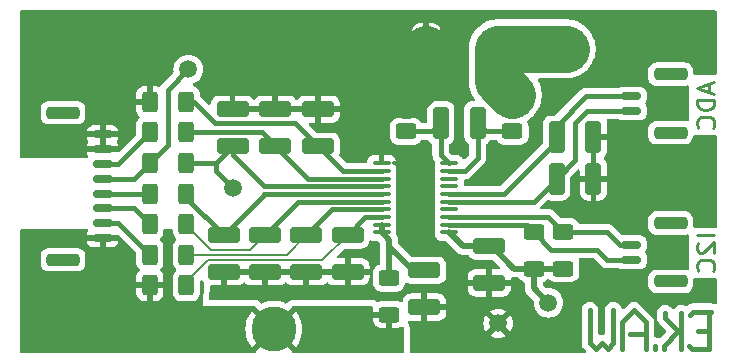
<source format=gbr>
%TF.GenerationSoftware,KiCad,Pcbnew,8.0.8*%
%TF.CreationDate,2025-02-20T13:11:00+01:00*%
%TF.ProjectId,KiCAD_BMS_EK_AW,4b694341-445f-4424-9d53-5f454b5f4157,rev?*%
%TF.SameCoordinates,Original*%
%TF.FileFunction,Copper,L2,Bot*%
%TF.FilePolarity,Positive*%
%FSLAX46Y46*%
G04 Gerber Fmt 4.6, Leading zero omitted, Abs format (unit mm)*
G04 Created by KiCad (PCBNEW 8.0.8) date 2025-02-20 13:11:00*
%MOMM*%
%LPD*%
G01*
G04 APERTURE LIST*
G04 Aperture macros list*
%AMRoundRect*
0 Rectangle with rounded corners*
0 $1 Rounding radius*
0 $2 $3 $4 $5 $6 $7 $8 $9 X,Y pos of 4 corners*
0 Add a 4 corners polygon primitive as box body*
4,1,4,$2,$3,$4,$5,$6,$7,$8,$9,$2,$3,0*
0 Add four circle primitives for the rounded corners*
1,1,$1+$1,$2,$3*
1,1,$1+$1,$4,$5*
1,1,$1+$1,$6,$7*
1,1,$1+$1,$8,$9*
0 Add four rect primitives between the rounded corners*
20,1,$1+$1,$2,$3,$4,$5,0*
20,1,$1+$1,$4,$5,$6,$7,0*
20,1,$1+$1,$6,$7,$8,$9,0*
20,1,$1+$1,$8,$9,$2,$3,0*%
G04 Aperture macros list end*
%ADD10C,0.250000*%
%TA.AperFunction,NonConductor*%
%ADD11C,0.250000*%
%TD*%
%TA.AperFunction,SMDPad,CuDef*%
%ADD12RoundRect,0.250000X1.150000X-0.250000X1.150000X0.250000X-1.150000X0.250000X-1.150000X-0.250000X0*%
%TD*%
%TA.AperFunction,SMDPad,CuDef*%
%ADD13RoundRect,0.150000X0.700000X-0.150000X0.700000X0.150000X-0.700000X0.150000X-0.700000X-0.150000X0*%
%TD*%
%TA.AperFunction,SMDPad,CuDef*%
%ADD14RoundRect,0.150000X-0.700000X0.150000X-0.700000X-0.150000X0.700000X-0.150000X0.700000X0.150000X0*%
%TD*%
%TA.AperFunction,SMDPad,CuDef*%
%ADD15RoundRect,0.250000X-1.150000X0.250000X-1.150000X-0.250000X1.150000X-0.250000X1.150000X0.250000X0*%
%TD*%
%TA.AperFunction,SMDPad,CuDef*%
%ADD16RoundRect,0.249999X-0.450001X-1.425001X0.450001X-1.425001X0.450001X1.425001X-0.450001X1.425001X0*%
%TD*%
%TA.AperFunction,SMDPad,CuDef*%
%ADD17RoundRect,0.250000X0.625000X-0.400000X0.625000X0.400000X-0.625000X0.400000X-0.625000X-0.400000X0*%
%TD*%
%TA.AperFunction,ComponentPad*%
%ADD18C,3.800000*%
%TD*%
%TA.AperFunction,ComponentPad*%
%ADD19C,1.500000*%
%TD*%
%TA.AperFunction,SMDPad,CuDef*%
%ADD20RoundRect,0.250000X-0.400000X-0.625000X0.400000X-0.625000X0.400000X0.625000X-0.400000X0.625000X0*%
%TD*%
%TA.AperFunction,SMDPad,CuDef*%
%ADD21RoundRect,0.250000X-0.412500X-1.100000X0.412500X-1.100000X0.412500X1.100000X-0.412500X1.100000X0*%
%TD*%
%TA.AperFunction,SMDPad,CuDef*%
%ADD22RoundRect,0.250000X-1.100000X0.412500X-1.100000X-0.412500X1.100000X-0.412500X1.100000X0.412500X0*%
%TD*%
%TA.AperFunction,SMDPad,CuDef*%
%ADD23RoundRect,0.250000X-0.625000X0.400000X-0.625000X-0.400000X0.625000X-0.400000X0.625000X0.400000X0*%
%TD*%
%TA.AperFunction,SMDPad,CuDef*%
%ADD24RoundRect,0.250000X1.100000X-0.412500X1.100000X0.412500X-1.100000X0.412500X-1.100000X-0.412500X0*%
%TD*%
%TA.AperFunction,SMDPad,CuDef*%
%ADD25RoundRect,0.100000X-0.637500X-0.100000X0.637500X-0.100000X0.637500X0.100000X-0.637500X0.100000X0*%
%TD*%
%TA.AperFunction,Conductor*%
%ADD26C,0.400000*%
%TD*%
%TA.AperFunction,Conductor*%
%ADD27C,4.000000*%
%TD*%
%TA.AperFunction,Conductor*%
%ADD28C,0.500000*%
%TD*%
%TA.AperFunction,Conductor*%
%ADD29C,0.200000*%
%TD*%
G04 APERTURE END LIST*
D10*
D11*
X174624857Y-89200187D02*
X174624857Y-89914473D01*
X175053428Y-89057330D02*
X173553428Y-89557330D01*
X173553428Y-89557330D02*
X175053428Y-90057330D01*
X175053428Y-90557329D02*
X173553428Y-90557329D01*
X173553428Y-90557329D02*
X173553428Y-90914472D01*
X173553428Y-90914472D02*
X173624857Y-91128758D01*
X173624857Y-91128758D02*
X173767714Y-91271615D01*
X173767714Y-91271615D02*
X173910571Y-91343044D01*
X173910571Y-91343044D02*
X174196285Y-91414472D01*
X174196285Y-91414472D02*
X174410571Y-91414472D01*
X174410571Y-91414472D02*
X174696285Y-91343044D01*
X174696285Y-91343044D02*
X174839142Y-91271615D01*
X174839142Y-91271615D02*
X174982000Y-91128758D01*
X174982000Y-91128758D02*
X175053428Y-90914472D01*
X175053428Y-90914472D02*
X175053428Y-90557329D01*
X174910571Y-92914472D02*
X174982000Y-92843044D01*
X174982000Y-92843044D02*
X175053428Y-92628758D01*
X175053428Y-92628758D02*
X175053428Y-92485901D01*
X175053428Y-92485901D02*
X174982000Y-92271615D01*
X174982000Y-92271615D02*
X174839142Y-92128758D01*
X174839142Y-92128758D02*
X174696285Y-92057329D01*
X174696285Y-92057329D02*
X174410571Y-91985901D01*
X174410571Y-91985901D02*
X174196285Y-91985901D01*
X174196285Y-91985901D02*
X173910571Y-92057329D01*
X173910571Y-92057329D02*
X173767714Y-92128758D01*
X173767714Y-92128758D02*
X173624857Y-92271615D01*
X173624857Y-92271615D02*
X173553428Y-92485901D01*
X173553428Y-92485901D02*
X173553428Y-92628758D01*
X173553428Y-92628758D02*
X173624857Y-92843044D01*
X173624857Y-92843044D02*
X173696285Y-92914472D01*
D10*
D11*
X175053428Y-102021615D02*
X173553428Y-102021615D01*
X173696285Y-102664473D02*
X173624857Y-102735901D01*
X173624857Y-102735901D02*
X173553428Y-102878759D01*
X173553428Y-102878759D02*
X173553428Y-103235901D01*
X173553428Y-103235901D02*
X173624857Y-103378759D01*
X173624857Y-103378759D02*
X173696285Y-103450187D01*
X173696285Y-103450187D02*
X173839142Y-103521616D01*
X173839142Y-103521616D02*
X173982000Y-103521616D01*
X173982000Y-103521616D02*
X174196285Y-103450187D01*
X174196285Y-103450187D02*
X175053428Y-102593044D01*
X175053428Y-102593044D02*
X175053428Y-103521616D01*
X174910571Y-105021615D02*
X174982000Y-104950187D01*
X174982000Y-104950187D02*
X175053428Y-104735901D01*
X175053428Y-104735901D02*
X175053428Y-104593044D01*
X175053428Y-104593044D02*
X174982000Y-104378758D01*
X174982000Y-104378758D02*
X174839142Y-104235901D01*
X174839142Y-104235901D02*
X174696285Y-104164472D01*
X174696285Y-104164472D02*
X174410571Y-104093044D01*
X174410571Y-104093044D02*
X174196285Y-104093044D01*
X174196285Y-104093044D02*
X173910571Y-104164472D01*
X173910571Y-104164472D02*
X173767714Y-104235901D01*
X173767714Y-104235901D02*
X173624857Y-104378758D01*
X173624857Y-104378758D02*
X173553428Y-104593044D01*
X173553428Y-104593044D02*
X173553428Y-104735901D01*
X173553428Y-104735901D02*
X173624857Y-104950187D01*
X173624857Y-104950187D02*
X173696285Y-105021615D01*
D12*
%TO.P,J3,MP*%
%TO.N,N/C*%
X171350000Y-88400000D03*
X171350000Y-93350000D03*
D13*
%TO.P,J3,2,Pin_2*%
%TO.N,/Cell_voltage*%
X168000000Y-90250000D03*
%TO.P,J3,1,Pin_1*%
%TO.N,/Temperature*%
X168000000Y-91500000D03*
%TD*%
D12*
%TO.P,J2,MP*%
%TO.N,N/C*%
X171350000Y-101000000D03*
X171350000Y-105950000D03*
D13*
%TO.P,J2,2,Pin_2*%
%TO.N,/SDA*%
X168000000Y-102850000D03*
%TO.P,J2,1,Pin_1*%
%TO.N,/SCL*%
X168000000Y-104100000D03*
%TD*%
D14*
%TO.P,J1,1,Pin_1*%
%TO.N,GND*%
X123250000Y-93500000D03*
%TO.P,J1,2,Pin_2*%
X123250000Y-94750000D03*
%TO.P,J1,3,Pin_3*%
%TO.N,Net-(J1-Pin_3)*%
X123250000Y-96000000D03*
%TO.P,J1,4,Pin_4*%
%TO.N,Net-(J1-Pin_4)*%
X123250000Y-97250000D03*
%TO.P,J1,5,Pin_5*%
%TO.N,Net-(J1-Pin_5)*%
X123250000Y-98500000D03*
%TO.P,J1,6,Pin_6*%
%TO.N,Net-(J1-Pin_6)*%
X123250000Y-99750000D03*
%TO.P,J1,7,Pin_7*%
%TO.N,Net-(J1-Pin_7)*%
X123250000Y-101000000D03*
%TO.P,J1,8,Pin_8*%
%TO.N,BAT+*%
X123250000Y-102250000D03*
D15*
%TO.P,J1,MP*%
%TO.N,N/C*%
X119900000Y-91650000D03*
X119900000Y-104100000D03*
%TD*%
D16*
%TO.P,R3,1*%
%TO.N,GND*%
X150650000Y-86250000D03*
%TO.P,R3,2*%
%TO.N,BAT-*%
X156750000Y-86250000D03*
%TD*%
D17*
%TO.P,R12,1*%
%TO.N,/3V3*%
X159750002Y-104850000D03*
%TO.P,R12,2*%
%TO.N,/SCL*%
X159750002Y-101750000D03*
%TD*%
D18*
%TO.P,H2,1,1*%
%TO.N,BAT-*%
X162500002Y-86250000D03*
%TD*%
D17*
%TO.P,R2,1*%
%TO.N,Net-(U1-SENSEP)*%
X157937502Y-93250000D03*
%TO.P,R2,2*%
%TO.N,BAT-*%
X157937502Y-90150000D03*
%TD*%
%TO.P,R1,1*%
%TO.N,Net-(U1-SENSEN)*%
X148937502Y-93250000D03*
%TO.P,R1,2*%
%TO.N,GND*%
X148937502Y-90150000D03*
%TD*%
D19*
%TO.P,TP4,1,1*%
%TO.N,Net-(U1-VC2)*%
X134250000Y-98000000D03*
%TD*%
D20*
%TO.P,R10,1*%
%TO.N,GND*%
X127250002Y-90750000D03*
%TO.P,R10,2*%
%TO.N,Net-(U1-VC0)*%
X130350002Y-90750000D03*
%TD*%
D21*
%TO.P,C1,1*%
%TO.N,Net-(U1-SENSEN)*%
X151875002Y-92500000D03*
%TO.P,C1,2*%
%TO.N,Net-(U1-SENSEP)*%
X155000002Y-92500000D03*
%TD*%
D18*
%TO.P,H1,1,1*%
%TO.N,BAT+*%
X137750002Y-110000000D03*
%TD*%
D20*
%TO.P,R9,1*%
%TO.N,Net-(J1-Pin_3)*%
X127250002Y-93333333D03*
%TO.P,R9,2*%
%TO.N,Net-(U1-VC1)*%
X130350002Y-93333333D03*
%TD*%
D22*
%TO.P,C7,1*%
%TO.N,Net-(U1-VC5)*%
X140500002Y-102000000D03*
%TO.P,C7,2*%
%TO.N,GND*%
X140500002Y-105125000D03*
%TD*%
%TO.P,C6,1*%
%TO.N,Net-(U1-VC4)*%
X137000002Y-102000000D03*
%TO.P,C6,2*%
%TO.N,GND*%
X137000002Y-105125000D03*
%TD*%
%TO.P,C5,1*%
%TO.N,Net-(U1-VC3)*%
X133500002Y-102000000D03*
%TO.P,C5,2*%
%TO.N,GND*%
X133500002Y-105125000D03*
%TD*%
D19*
%TO.P,TP3,1,1*%
%TO.N,Net-(J1-Pin_4)*%
X130500000Y-88000000D03*
%TD*%
D20*
%TO.P,R5,1*%
%TO.N,Net-(J1-Pin_7)*%
X127250002Y-103666665D03*
%TO.P,R5,2*%
%TO.N,Net-(U1-VC5)*%
X130350002Y-103666665D03*
%TD*%
%TO.P,R6,1*%
%TO.N,Net-(J1-Pin_6)*%
X127250002Y-101083332D03*
%TO.P,R6,2*%
%TO.N,Net-(U1-VC4)*%
X130350002Y-101083332D03*
%TD*%
D23*
%TO.P,R11,1*%
%TO.N,Net-(U1-BAT)*%
X147500002Y-105650000D03*
%TO.P,R11,2*%
%TO.N,BAT+*%
X147500002Y-108750000D03*
%TD*%
D21*
%TO.P,C12,1*%
%TO.N,/Temperature*%
X161687500Y-97250000D03*
%TO.P,C12,2*%
%TO.N,GND*%
X164812500Y-97250000D03*
%TD*%
D19*
%TO.P,TP1,1,1*%
%TO.N,GND*%
X156750000Y-109500000D03*
%TD*%
%TO.P,TP2,1,1*%
%TO.N,/3V3*%
X161000002Y-107750000D03*
%TD*%
D24*
%TO.P,C3,1*%
%TO.N,Net-(U1-VC1)*%
X137875002Y-94500000D03*
%TO.P,C3,2*%
%TO.N,GND*%
X137875002Y-91375000D03*
%TD*%
%TO.P,C2,1*%
%TO.N,Net-(U1-VC0)*%
X141500002Y-94500000D03*
%TO.P,C2,2*%
%TO.N,GND*%
X141500002Y-91375000D03*
%TD*%
D22*
%TO.P,C10,1*%
%TO.N,/3V3*%
X156000002Y-102937500D03*
%TO.P,C10,2*%
%TO.N,GND*%
X156000002Y-106062500D03*
%TD*%
D20*
%TO.P,R8,1*%
%TO.N,Net-(J1-Pin_4)*%
X127250002Y-95916666D03*
%TO.P,R8,2*%
%TO.N,Net-(U1-VC2)*%
X130350002Y-95916666D03*
%TD*%
%TO.P,R7,1*%
%TO.N,Net-(J1-Pin_5)*%
X127250002Y-98499999D03*
%TO.P,R7,2*%
%TO.N,Net-(U1-VC3)*%
X130350002Y-98499999D03*
%TD*%
D22*
%TO.P,C9,1*%
%TO.N,Net-(U1-BAT)*%
X150500000Y-105000000D03*
%TO.P,C9,2*%
%TO.N,GND*%
X150500000Y-108125000D03*
%TD*%
D24*
%TO.P,C4,1*%
%TO.N,Net-(U1-VC2)*%
X134250002Y-94500000D03*
%TO.P,C4,2*%
%TO.N,GND*%
X134250002Y-91375000D03*
%TD*%
D17*
%TO.P,R13,1*%
%TO.N,/3V3*%
X162250002Y-104850000D03*
%TO.P,R13,2*%
%TO.N,/SDA*%
X162250002Y-101750000D03*
%TD*%
D22*
%TO.P,C8,1*%
%TO.N,Net-(U1-VC6)*%
X144000002Y-102000000D03*
%TO.P,C8,2*%
%TO.N,GND*%
X144000002Y-105125000D03*
%TD*%
D20*
%TO.P,R4,1*%
%TO.N,BAT+*%
X127250002Y-106250000D03*
%TO.P,R4,2*%
%TO.N,Net-(U1-VC6)*%
X130350002Y-106250000D03*
%TD*%
D25*
%TO.P,U1,1,VCTL*%
%TO.N,Net-(U1-BAT)*%
X146887502Y-101800000D03*
%TO.P,U1,2,BAT*%
X146887502Y-101150000D03*
%TO.P,U1,3,VC6*%
%TO.N,Net-(U1-VC6)*%
X146887502Y-100500000D03*
%TO.P,U1,4,VC5*%
%TO.N,Net-(U1-VC5)*%
X146887502Y-99850000D03*
%TO.P,U1,5,VC4*%
%TO.N,Net-(U1-VC4)*%
X146887502Y-99200000D03*
%TO.P,U1,6,VC3*%
%TO.N,Net-(U1-VC3)*%
X146887502Y-98550000D03*
%TO.P,U1,7,VC2*%
%TO.N,Net-(U1-VC2)*%
X146887502Y-97900000D03*
%TO.P,U1,8,VC1*%
%TO.N,Net-(U1-VC1)*%
X146887502Y-97250000D03*
%TO.P,U1,9,VC0*%
%TO.N,Net-(U1-VC0)*%
X146887502Y-96600000D03*
%TO.P,U1,10,VSS*%
%TO.N,GND*%
X146887502Y-95950000D03*
%TO.P,U1,11,SENSEN*%
%TO.N,Net-(U1-SENSEN)*%
X152612502Y-95950000D03*
%TO.P,U1,12,SENSEP*%
%TO.N,Net-(U1-SENSEP)*%
X152612502Y-96600000D03*
%TO.P,U1,13,ALERT*%
%TO.N,unconnected-(U1-ALERT-Pad13)*%
X152612502Y-97250000D03*
%TO.P,U1,14,VIOUT*%
%TO.N,unconnected-(U1-VIOUT-Pad14)*%
X152612502Y-97900000D03*
%TO.P,U1,15,VCOUT*%
%TO.N,/Cell_voltage*%
X152612502Y-98550000D03*
%TO.P,U1,16,VTB*%
%TO.N,/Temperature*%
X152612502Y-99200000D03*
%TO.P,U1,17,VREF*%
%TO.N,unconnected-(U1-VREF-Pad17)*%
X152612502Y-99850000D03*
%TO.P,U1,18,SDA*%
%TO.N,/SDA*%
X152612502Y-100500000D03*
%TO.P,U1,19,SCL*%
%TO.N,/SCL*%
X152612502Y-101150000D03*
%TO.P,U1,20,V3P3*%
%TO.N,/3V3*%
X152612502Y-101800000D03*
%TD*%
D21*
%TO.P,C11,1*%
%TO.N,/Cell_voltage*%
X161687500Y-93750000D03*
%TO.P,C11,2*%
%TO.N,GND*%
X164812500Y-93750000D03*
%TD*%
D26*
%TO.N,*%
X170000000Y-111625000D02*
X170000000Y-111375000D01*
%TO.N,Net-(U1-SENSEP)*%
X155000002Y-92500000D02*
X155000002Y-95499998D01*
X153900000Y-96600000D02*
X152612502Y-96600000D01*
X155000002Y-95499998D02*
X153900000Y-96600000D01*
%TO.N,*%
X174625000Y-110125000D02*
X174625000Y-111625000D01*
X174625000Y-111625000D02*
X173125000Y-111625000D01*
X173125000Y-111625000D02*
X172875000Y-111375000D01*
X174625000Y-110125000D02*
X174625000Y-108625000D01*
X174750000Y-108500000D02*
X173250000Y-108500000D01*
X174625000Y-108625000D02*
X174750000Y-108500000D01*
X173250000Y-108500000D02*
X173000000Y-108750000D01*
%TO.N,/SCL*%
X165100001Y-103250000D02*
X165950001Y-104100000D01*
X165950001Y-104100000D02*
X168000000Y-104100000D01*
%TO.N,/SDA*%
X165950000Y-101750000D02*
X167050000Y-102850000D01*
X167050000Y-102850000D02*
X168000000Y-102850000D01*
%TO.N,/SCL*%
X159750002Y-101750000D02*
X161250002Y-103250000D01*
X161250002Y-103250000D02*
X165100001Y-103250000D01*
%TO.N,/Temperature*%
X161687500Y-97250000D02*
X163250000Y-95687500D01*
X163250000Y-95687500D02*
X163250000Y-92500000D01*
X163250000Y-92500000D02*
X164250000Y-91500000D01*
X164250000Y-91500000D02*
X168000000Y-91500000D01*
%TO.N,/Cell_voltage*%
X152612502Y-98550000D02*
X157200000Y-98550000D01*
X157200000Y-98550000D02*
X161687500Y-94062500D01*
X161687500Y-94062500D02*
X161687500Y-92750000D01*
X161687500Y-92750000D02*
X164187500Y-90250000D01*
X164187500Y-90250000D02*
X168000000Y-90250000D01*
%TO.N,/Temperature*%
X152612502Y-99200000D02*
X159737500Y-99200000D01*
X159737500Y-99200000D02*
X161687500Y-97250000D01*
%TO.N,/SDA*%
X162250002Y-101750000D02*
X165950000Y-101750000D01*
%TO.N,Net-(J1-Pin_7)*%
X123250000Y-101000000D02*
X124583337Y-101000000D01*
X124583337Y-101000000D02*
X127250002Y-103666665D01*
%TO.N,Net-(J1-Pin_6)*%
X123250000Y-99750000D02*
X125916670Y-99750000D01*
X125916670Y-99750000D02*
X127250002Y-101083332D01*
%TO.N,Net-(J1-Pin_5)*%
X127250002Y-98499999D02*
X123250001Y-98499999D01*
X123250001Y-98499999D02*
X123250000Y-98500000D01*
%TO.N,Net-(J1-Pin_4)*%
X127250002Y-95916666D02*
X125916668Y-97250000D01*
X125916668Y-97250000D02*
X123250000Y-97250000D01*
%TO.N,Net-(J1-Pin_3)*%
X127250002Y-93333333D02*
X124583335Y-96000000D01*
X124583335Y-96000000D02*
X123250000Y-96000000D01*
D27*
%TO.N,BAT-*%
X156750000Y-86250000D02*
X156750000Y-88962498D01*
X156750000Y-88962498D02*
X157937502Y-90150000D01*
X162500002Y-86250000D02*
X156750000Y-86250000D01*
%TO.N,GND*%
X148937502Y-90150000D02*
X150650000Y-88437502D01*
X150650000Y-88437502D02*
X150650000Y-86250000D01*
D26*
%TO.N,*%
X169250000Y-110375000D02*
X169250000Y-109375000D01*
X169250000Y-109375000D02*
X168250000Y-108375000D01*
X169250000Y-111625000D02*
X169250000Y-110375000D01*
X166500000Y-111125000D02*
X166500000Y-108375000D01*
X172000000Y-110125000D02*
X170750000Y-111375000D01*
X170750000Y-111375000D02*
X170750000Y-111625000D01*
X168250000Y-108375000D02*
X167250000Y-109375000D01*
X172250000Y-110125000D02*
X172250000Y-108625000D01*
X172250000Y-111625000D02*
X172250000Y-110125000D01*
X167250000Y-109375000D02*
X167250000Y-111625000D01*
X165500000Y-111125000D02*
X166000000Y-111625000D01*
X164500000Y-108375000D02*
X164500000Y-111125000D01*
X165000000Y-111625000D02*
X165500000Y-111125000D01*
X169250000Y-110375000D02*
X167875000Y-110375000D01*
X166000000Y-111625000D02*
X166500000Y-111125000D01*
X164500000Y-111125000D02*
X165000000Y-111625000D01*
X172250000Y-110375000D02*
X172000000Y-110125000D01*
X172000000Y-110125000D02*
X170875000Y-109000000D01*
X170875000Y-109000000D02*
X170875000Y-108625000D01*
X174625000Y-110125000D02*
X173625000Y-110125000D01*
%TO.N,Net-(J1-Pin_4)*%
X128750000Y-94416668D02*
X128750000Y-89750000D01*
X127250002Y-95916666D02*
X128750000Y-94416668D01*
X128750000Y-89750000D02*
X130500000Y-88000000D01*
D28*
%TO.N,/3V3*%
X159750002Y-106500000D02*
X161000002Y-107750000D01*
X156187502Y-102937500D02*
X158100002Y-104850000D01*
X159750002Y-104850000D02*
X159750002Y-106500000D01*
X156000002Y-102937500D02*
X156187502Y-102937500D01*
X158100002Y-104850000D02*
X159750002Y-104850000D01*
X156000002Y-102937500D02*
X153750002Y-102937500D01*
X159750002Y-104850000D02*
X162250002Y-104850000D01*
X153750002Y-102937500D02*
X152612502Y-101800000D01*
D26*
%TO.N,Net-(U1-SENSEN)*%
X152612502Y-95950000D02*
X151875002Y-95212500D01*
X151875002Y-95212500D02*
X151875002Y-92500000D01*
X151125002Y-93250000D02*
X151875002Y-92500000D01*
X148937502Y-93250000D02*
X151125002Y-93250000D01*
%TO.N,Net-(U1-SENSEP)*%
X155750002Y-93250000D02*
X157937502Y-93250000D01*
X155000002Y-92500000D02*
X155750002Y-93250000D01*
%TO.N,Net-(U1-VC0)*%
X139500002Y-92500000D02*
X141500002Y-94500000D01*
X131000002Y-90750000D02*
X132750002Y-92500000D01*
X141500002Y-94500000D02*
X143600002Y-96600000D01*
X132750002Y-92500000D02*
X139500002Y-92500000D01*
X130350002Y-90750000D02*
X131000002Y-90750000D01*
X143600002Y-96600000D02*
X146887502Y-96600000D01*
%TO.N,Net-(U1-VC1)*%
X136708335Y-93333333D02*
X137875002Y-94500000D01*
X137875002Y-94500000D02*
X140625002Y-97250000D01*
X130350002Y-93333333D02*
X136708335Y-93333333D01*
X140625002Y-97250000D02*
X146887502Y-97250000D01*
%TO.N,Net-(U1-VC2)*%
X132833336Y-96583336D02*
X134250000Y-98000000D01*
X134250002Y-94500000D02*
X134250002Y-95250002D01*
X132833336Y-95916666D02*
X132833336Y-96583336D01*
X132833336Y-95916666D02*
X134250002Y-94500000D01*
X130350002Y-95916666D02*
X132833336Y-95916666D01*
X134250002Y-95250002D02*
X136900000Y-97900000D01*
X136900000Y-97900000D02*
X146887502Y-97900000D01*
%TO.N,Net-(U1-VC3)*%
X136876121Y-98623881D02*
X133500002Y-102000000D01*
X136950002Y-98550000D02*
X136876121Y-98623881D01*
X146887502Y-98550000D02*
X136950002Y-98550000D01*
X133675002Y-101825000D02*
X133750002Y-101899999D01*
X130350002Y-98850000D02*
X133500002Y-102000000D01*
X130350002Y-98499999D02*
X130350002Y-98850000D01*
D29*
%TO.N,Net-(U1-VC4)*%
X130350002Y-101147244D02*
X132452758Y-103250000D01*
D26*
X130350002Y-101083332D02*
X130350002Y-101147244D01*
X137000002Y-102000000D02*
X139800002Y-99200000D01*
D29*
X135750002Y-103250000D02*
X137000002Y-102000000D01*
X132452758Y-103250000D02*
X135750002Y-103250000D01*
D26*
X130350002Y-101083332D02*
X130350002Y-101647244D01*
X139800002Y-99200000D02*
X146887502Y-99200000D01*
D29*
%TO.N,Net-(U1-VC5)*%
X130350002Y-103666665D02*
X138833337Y-103666665D01*
X138833337Y-103666665D02*
X140500002Y-102000000D01*
D26*
X140500002Y-102000000D02*
X142650002Y-99850000D01*
X142650002Y-99850000D02*
X146887502Y-99850000D01*
D29*
%TO.N,Net-(U1-VC6)*%
X132165258Y-104162500D02*
X141837502Y-104162500D01*
X141837502Y-104162500D02*
X144000002Y-102000000D01*
D26*
X130350002Y-106250000D02*
X130350002Y-105977756D01*
X145500002Y-100500000D02*
X146887502Y-100500000D01*
D29*
X130350002Y-105977756D02*
X132165258Y-104162500D01*
D26*
X144000002Y-102000000D02*
X145500002Y-100500000D01*
D28*
%TO.N,Net-(U1-BAT)*%
X147500002Y-102412500D02*
X146887502Y-101800000D01*
X146887502Y-101150000D02*
X146887502Y-101800000D01*
X147500002Y-105650000D02*
X147500002Y-103937500D01*
X147500002Y-103000002D02*
X147500002Y-102412500D01*
X147500002Y-103937500D02*
X147500002Y-102412500D01*
X149500000Y-105000000D02*
X147500002Y-103000002D01*
X150500000Y-105000000D02*
X149500000Y-105000000D01*
D26*
%TO.N,/SCL*%
X152612502Y-101150000D02*
X159150002Y-101150000D01*
X159150002Y-101150000D02*
X159750002Y-101750000D01*
%TO.N,/SDA*%
X161000002Y-100500000D02*
X162250002Y-101750000D01*
X152612502Y-100500000D02*
X161000002Y-100500000D01*
%TD*%
%TA.AperFunction,Conductor*%
%TO.N,GND*%
G36*
X161000002Y-83749500D02*
G01*
X156609568Y-83749500D01*
X156330505Y-83780942D01*
X156330487Y-83780945D01*
X156056682Y-83843439D01*
X156056670Y-83843443D01*
X155791588Y-83936200D01*
X155538557Y-84058053D01*
X155300753Y-84207476D01*
X155081175Y-84382583D01*
X154882583Y-84581175D01*
X154707476Y-84800753D01*
X154558053Y-85038557D01*
X154436200Y-85291588D01*
X154343443Y-85556670D01*
X154343439Y-85556682D01*
X154280945Y-85830487D01*
X154280942Y-85830505D01*
X154249500Y-86109568D01*
X154249500Y-88750000D01*
X131750002Y-88750000D01*
X131750002Y-90509343D01*
X131536820Y-90296161D01*
X131503335Y-90234838D01*
X131500501Y-90208480D01*
X131500501Y-90074998D01*
X131500500Y-90074981D01*
X131490001Y-89972203D01*
X131490000Y-89972200D01*
X131472102Y-89918189D01*
X131434816Y-89805666D01*
X131342714Y-89656344D01*
X131218658Y-89532288D01*
X131096079Y-89456681D01*
X131069338Y-89440187D01*
X131069333Y-89440185D01*
X130957059Y-89402981D01*
X130899614Y-89363208D01*
X130872791Y-89298692D01*
X130885106Y-89229916D01*
X130932649Y-89178717D01*
X130943654Y-89172895D01*
X131127639Y-89087102D01*
X131306877Y-88961598D01*
X131461598Y-88806877D01*
X131587102Y-88627639D01*
X131679575Y-88429330D01*
X131736207Y-88217977D01*
X131755277Y-88000000D01*
X131754763Y-87994130D01*
X131748175Y-87918825D01*
X131736207Y-87782023D01*
X131720924Y-87724986D01*
X149450001Y-87724986D01*
X149460494Y-87827696D01*
X149460494Y-87827698D01*
X149515640Y-87994119D01*
X149515645Y-87994130D01*
X149607680Y-88143340D01*
X149607683Y-88143344D01*
X149731655Y-88267316D01*
X149731659Y-88267319D01*
X149880869Y-88359354D01*
X149880880Y-88359359D01*
X150047302Y-88414505D01*
X150150019Y-88424999D01*
X150399999Y-88424999D01*
X150900000Y-88424999D01*
X151149972Y-88424999D01*
X151149986Y-88424998D01*
X151252696Y-88414505D01*
X151252698Y-88414505D01*
X151419119Y-88359359D01*
X151419130Y-88359354D01*
X151568340Y-88267319D01*
X151568344Y-88267316D01*
X151692316Y-88143344D01*
X151692319Y-88143340D01*
X151784354Y-87994130D01*
X151784359Y-87994119D01*
X151839505Y-87827697D01*
X151849999Y-87724986D01*
X151850000Y-87724973D01*
X151850000Y-86500000D01*
X150900000Y-86500000D01*
X150900000Y-88424999D01*
X150399999Y-88424999D01*
X150400000Y-88424998D01*
X150400000Y-86500000D01*
X149450001Y-86500000D01*
X149450001Y-87724986D01*
X131720924Y-87724986D01*
X131679575Y-87570670D01*
X131587102Y-87372362D01*
X131587100Y-87372359D01*
X131587099Y-87372357D01*
X131461599Y-87193124D01*
X131461596Y-87193121D01*
X131306877Y-87038402D01*
X131127639Y-86912898D01*
X131127640Y-86912898D01*
X131127638Y-86912897D01*
X131028484Y-86866661D01*
X130929330Y-86820425D01*
X130929326Y-86820424D01*
X130929322Y-86820422D01*
X130717977Y-86763793D01*
X130500002Y-86744723D01*
X130499998Y-86744723D01*
X130354682Y-86757436D01*
X130282023Y-86763793D01*
X130282020Y-86763793D01*
X130070677Y-86820422D01*
X130070668Y-86820426D01*
X129872361Y-86912898D01*
X129872357Y-86912900D01*
X129693121Y-87038402D01*
X129538402Y-87193121D01*
X129412900Y-87372357D01*
X129412898Y-87372361D01*
X129320426Y-87570668D01*
X129320422Y-87570677D01*
X129263793Y-87782020D01*
X129263793Y-87782024D01*
X129244723Y-87999997D01*
X129244723Y-88000002D01*
X129260971Y-88185729D01*
X129247204Y-88254229D01*
X129225124Y-88284217D01*
X128205888Y-89303453D01*
X128205885Y-89303457D01*
X128138304Y-89404600D01*
X128084692Y-89449405D01*
X128015367Y-89458112D01*
X127975821Y-89443376D01*
X127975672Y-89443696D01*
X127971666Y-89441828D01*
X127970101Y-89441245D01*
X127969127Y-89440644D01*
X127969121Y-89440641D01*
X127802699Y-89385494D01*
X127802692Y-89385493D01*
X127699988Y-89375000D01*
X127500002Y-89375000D01*
X127500002Y-90626000D01*
X127480317Y-90693039D01*
X127427513Y-90738794D01*
X127376002Y-90750000D01*
X127250002Y-90750000D01*
X127250002Y-90876000D01*
X127230317Y-90943039D01*
X127177513Y-90988794D01*
X127126002Y-91000000D01*
X126100003Y-91000000D01*
X126100003Y-91424986D01*
X126110496Y-91527697D01*
X126165643Y-91694119D01*
X126165645Y-91694124D01*
X126257686Y-91843345D01*
X126367973Y-91953632D01*
X126401458Y-92014955D01*
X126396474Y-92084647D01*
X126367973Y-92128994D01*
X126257291Y-92239675D01*
X126165189Y-92388996D01*
X126165188Y-92388999D01*
X126110003Y-92555536D01*
X126110003Y-92555537D01*
X126110002Y-92555537D01*
X126099502Y-92658316D01*
X126099502Y-93441813D01*
X126079817Y-93508852D01*
X126063183Y-93529494D01*
X124628996Y-94963681D01*
X124567673Y-94997166D01*
X124541315Y-95000000D01*
X121902705Y-95000000D01*
X121902704Y-95000001D01*
X121902899Y-95002486D01*
X121948718Y-95160198D01*
X122036288Y-95308271D01*
X122034285Y-95309455D01*
X122055551Y-95363645D01*
X122041860Y-95432160D01*
X122030030Y-95450568D01*
X122028936Y-95451979D01*
X121972302Y-95492898D01*
X121930941Y-95500000D01*
X116374500Y-95500000D01*
X116307461Y-95480315D01*
X116261706Y-95427511D01*
X116250500Y-95376000D01*
X116250500Y-93750001D01*
X121902704Y-93750001D01*
X121902899Y-93752486D01*
X121948718Y-93910198D01*
X122036288Y-94058271D01*
X122034412Y-94059380D01*
X122055870Y-94114050D01*
X122042182Y-94182566D01*
X122036228Y-94191829D01*
X121948718Y-94339801D01*
X121902899Y-94497513D01*
X121902704Y-94499998D01*
X121902705Y-94500000D01*
X123000000Y-94500000D01*
X123500000Y-94500000D01*
X124597295Y-94500000D01*
X124597295Y-94499998D01*
X124597100Y-94497513D01*
X124551281Y-94339801D01*
X124463712Y-94191729D01*
X124465590Y-94190617D01*
X124444131Y-94135972D01*
X124457807Y-94067453D01*
X124463758Y-94058192D01*
X124551281Y-93910198D01*
X124597100Y-93752486D01*
X124597295Y-93750001D01*
X124597295Y-93750000D01*
X123500000Y-93750000D01*
X123500000Y-94500000D01*
X123000000Y-94500000D01*
X123000000Y-93750000D01*
X121902705Y-93750000D01*
X121902704Y-93750001D01*
X116250500Y-93750001D01*
X116250500Y-93249998D01*
X121902704Y-93249998D01*
X121902705Y-93250000D01*
X123000000Y-93250000D01*
X123500000Y-93250000D01*
X124597295Y-93250000D01*
X124597295Y-93249998D01*
X124597100Y-93247513D01*
X124551281Y-93089801D01*
X124467685Y-92948447D01*
X124467678Y-92948438D01*
X124351561Y-92832321D01*
X124351552Y-92832314D01*
X124210196Y-92748717D01*
X124210193Y-92748716D01*
X124052495Y-92702900D01*
X124052489Y-92702899D01*
X124015649Y-92700000D01*
X123500000Y-92700000D01*
X123500000Y-93250000D01*
X123000000Y-93250000D01*
X123000000Y-92700000D01*
X122484350Y-92700000D01*
X122447510Y-92702899D01*
X122447504Y-92702900D01*
X122289806Y-92748716D01*
X122289803Y-92748717D01*
X122148447Y-92832314D01*
X122148438Y-92832321D01*
X122032321Y-92948438D01*
X122032314Y-92948447D01*
X121948718Y-93089801D01*
X121902899Y-93247513D01*
X121902704Y-93249998D01*
X116250500Y-93249998D01*
X116250500Y-91349983D01*
X117999500Y-91349983D01*
X117999500Y-91950001D01*
X117999501Y-91950019D01*
X118010000Y-92052796D01*
X118010001Y-92052799D01*
X118065185Y-92219331D01*
X118065187Y-92219336D01*
X118088596Y-92257288D01*
X118157288Y-92368656D01*
X118281344Y-92492712D01*
X118430666Y-92584814D01*
X118597203Y-92639999D01*
X118699991Y-92650500D01*
X121100008Y-92650499D01*
X121202797Y-92639999D01*
X121369334Y-92584814D01*
X121518656Y-92492712D01*
X121642712Y-92368656D01*
X121734814Y-92219334D01*
X121789999Y-92052797D01*
X121800500Y-91950009D01*
X121800499Y-91349992D01*
X121789999Y-91247203D01*
X121734814Y-91080666D01*
X121642712Y-90931344D01*
X121518656Y-90807288D01*
X121369334Y-90715186D01*
X121202797Y-90660001D01*
X121202795Y-90660000D01*
X121100010Y-90649500D01*
X118699998Y-90649500D01*
X118699981Y-90649501D01*
X118597203Y-90660000D01*
X118597200Y-90660001D01*
X118430668Y-90715185D01*
X118430663Y-90715187D01*
X118281342Y-90807289D01*
X118157289Y-90931342D01*
X118065187Y-91080663D01*
X118065185Y-91080668D01*
X118037349Y-91164670D01*
X118010001Y-91247203D01*
X118010001Y-91247204D01*
X118010000Y-91247204D01*
X117999500Y-91349983D01*
X116250500Y-91349983D01*
X116250500Y-90075013D01*
X126100002Y-90075013D01*
X126100002Y-90500000D01*
X127000002Y-90500000D01*
X127000002Y-89375000D01*
X126800031Y-89375000D01*
X126800014Y-89375001D01*
X126697304Y-89385494D01*
X126530882Y-89440641D01*
X126530877Y-89440643D01*
X126381656Y-89532684D01*
X126257686Y-89656654D01*
X126165645Y-89805875D01*
X126165643Y-89805880D01*
X126110496Y-89972302D01*
X126110495Y-89972309D01*
X126100002Y-90075013D01*
X116250500Y-90075013D01*
X116250500Y-84775013D01*
X149450000Y-84775013D01*
X149450000Y-86000000D01*
X150400000Y-86000000D01*
X150900000Y-86000000D01*
X151849999Y-86000000D01*
X151849999Y-84775028D01*
X151849998Y-84775013D01*
X151839505Y-84672303D01*
X151839505Y-84672301D01*
X151784359Y-84505880D01*
X151784354Y-84505869D01*
X151692319Y-84356659D01*
X151692316Y-84356655D01*
X151568344Y-84232683D01*
X151568340Y-84232680D01*
X151419130Y-84140645D01*
X151419119Y-84140640D01*
X151252697Y-84085494D01*
X151149986Y-84075000D01*
X150900000Y-84075000D01*
X150900000Y-86000000D01*
X150400000Y-86000000D01*
X150400000Y-84075000D01*
X150150029Y-84075000D01*
X150150012Y-84075001D01*
X150047303Y-84085494D01*
X150047301Y-84085494D01*
X149880880Y-84140640D01*
X149880869Y-84140645D01*
X149731659Y-84232680D01*
X149731655Y-84232683D01*
X149607683Y-84356655D01*
X149607680Y-84356659D01*
X149515645Y-84505869D01*
X149515640Y-84505880D01*
X149460494Y-84672302D01*
X149450000Y-84775013D01*
X116250500Y-84775013D01*
X116250500Y-83124500D01*
X116270185Y-83057461D01*
X116322989Y-83011706D01*
X116374500Y-83000500D01*
X161000002Y-83000500D01*
X161000002Y-83749500D01*
G37*
%TD.AperFunction*%
%TD*%
%TA.AperFunction,Conductor*%
%TO.N,GND*%
G36*
X175192539Y-83020185D02*
G01*
X175238294Y-83072989D01*
X175249500Y-83124500D01*
X175249500Y-88301395D01*
X175229815Y-88368434D01*
X175177011Y-88414189D01*
X175125500Y-88425395D01*
X173374500Y-88425395D01*
X173307461Y-88405710D01*
X173261706Y-88352906D01*
X173250500Y-88301396D01*
X173250499Y-88099999D01*
X173250498Y-88099980D01*
X173239999Y-87997203D01*
X173239998Y-87997200D01*
X173214027Y-87918825D01*
X173184814Y-87830666D01*
X173092712Y-87681344D01*
X172968656Y-87557288D01*
X172819334Y-87465186D01*
X172652797Y-87410001D01*
X172652795Y-87410000D01*
X172550010Y-87399500D01*
X170149998Y-87399500D01*
X170149981Y-87399501D01*
X170047203Y-87410000D01*
X170047200Y-87410001D01*
X169880668Y-87465185D01*
X169880663Y-87465187D01*
X169731342Y-87557289D01*
X169607289Y-87681342D01*
X169515187Y-87830663D01*
X169515186Y-87830666D01*
X169460001Y-87997203D01*
X169460001Y-87997204D01*
X169460000Y-87997204D01*
X169449500Y-88099983D01*
X169449500Y-88700001D01*
X169449501Y-88700019D01*
X169460000Y-88802796D01*
X169460001Y-88802799D01*
X169515185Y-88969331D01*
X169515187Y-88969336D01*
X169550069Y-89025888D01*
X169607288Y-89118656D01*
X169731344Y-89242712D01*
X169880666Y-89334814D01*
X170047203Y-89389999D01*
X170149991Y-89400500D01*
X172550008Y-89400499D01*
X172652797Y-89389999D01*
X172758492Y-89354974D01*
X172828316Y-89352573D01*
X172888358Y-89388304D01*
X172919551Y-89450824D01*
X172921493Y-89472681D01*
X172921493Y-92277318D01*
X172901808Y-92344357D01*
X172849004Y-92390112D01*
X172779846Y-92400056D01*
X172758489Y-92395024D01*
X172652797Y-92360001D01*
X172652795Y-92360000D01*
X172550010Y-92349500D01*
X170149998Y-92349500D01*
X170149981Y-92349501D01*
X170047203Y-92360000D01*
X170047200Y-92360001D01*
X169880668Y-92415185D01*
X169880663Y-92415187D01*
X169731342Y-92507289D01*
X169607289Y-92631342D01*
X169515187Y-92780663D01*
X169515186Y-92780666D01*
X169460001Y-92947203D01*
X169460001Y-92947204D01*
X169460000Y-92947204D01*
X169449500Y-93049983D01*
X169449500Y-93650001D01*
X169449501Y-93650019D01*
X169460000Y-93752796D01*
X169460001Y-93752799D01*
X169515185Y-93919331D01*
X169515187Y-93919336D01*
X169534409Y-93950500D01*
X169607288Y-94068656D01*
X169731344Y-94192712D01*
X169880666Y-94284814D01*
X170047203Y-94339999D01*
X170149991Y-94350500D01*
X172550008Y-94350499D01*
X172652797Y-94339999D01*
X172819334Y-94284814D01*
X172968656Y-94192712D01*
X173092712Y-94068656D01*
X173184814Y-93919334D01*
X173239999Y-93752797D01*
X173249850Y-93656369D01*
X173276246Y-93591678D01*
X173333427Y-93551527D01*
X173373208Y-93544972D01*
X175125500Y-93544972D01*
X175192539Y-93564657D01*
X175238294Y-93617461D01*
X175249500Y-93668972D01*
X175249500Y-101267115D01*
X175229815Y-101334154D01*
X175177011Y-101379909D01*
X175125500Y-101391115D01*
X173374500Y-101391115D01*
X173307461Y-101371430D01*
X173261706Y-101318626D01*
X173250500Y-101267115D01*
X173250499Y-100699998D01*
X173250498Y-100699980D01*
X173239999Y-100597203D01*
X173239998Y-100597200D01*
X173224523Y-100550500D01*
X173184814Y-100430666D01*
X173092712Y-100281344D01*
X172968656Y-100157288D01*
X172819334Y-100065186D01*
X172652797Y-100010001D01*
X172652795Y-100010000D01*
X172550010Y-99999500D01*
X170149998Y-99999500D01*
X170149981Y-99999501D01*
X170047203Y-100010000D01*
X170047200Y-100010001D01*
X169880668Y-100065185D01*
X169880663Y-100065187D01*
X169731342Y-100157289D01*
X169607289Y-100281342D01*
X169515187Y-100430663D01*
X169515186Y-100430666D01*
X169460001Y-100597203D01*
X169460001Y-100597204D01*
X169460000Y-100597204D01*
X169449500Y-100699983D01*
X169449500Y-101300001D01*
X169449501Y-101300019D01*
X169460000Y-101402796D01*
X169460001Y-101402799D01*
X169497174Y-101514977D01*
X169515186Y-101569334D01*
X169607288Y-101718656D01*
X169731344Y-101842712D01*
X169880666Y-101934814D01*
X170047203Y-101989999D01*
X170149991Y-102000500D01*
X172550008Y-102000499D01*
X172652797Y-101989999D01*
X172758492Y-101954974D01*
X172828316Y-101952573D01*
X172888358Y-101988304D01*
X172919551Y-102050824D01*
X172921493Y-102072681D01*
X172921493Y-104877318D01*
X172901808Y-104944357D01*
X172849004Y-104990112D01*
X172779846Y-105000056D01*
X172758489Y-104995024D01*
X172652797Y-104960001D01*
X172652795Y-104960000D01*
X172550010Y-104949500D01*
X170149998Y-104949500D01*
X170149981Y-104949501D01*
X170047203Y-104960000D01*
X170047200Y-104960001D01*
X169880668Y-105015185D01*
X169880663Y-105015187D01*
X169731342Y-105107289D01*
X169607289Y-105231342D01*
X169515187Y-105380663D01*
X169515186Y-105380666D01*
X169460001Y-105547203D01*
X169460001Y-105547204D01*
X169460000Y-105547204D01*
X169449500Y-105649983D01*
X169449500Y-106250001D01*
X169449501Y-106250019D01*
X169460000Y-106352796D01*
X169460001Y-106352799D01*
X169498651Y-106469435D01*
X169515186Y-106519334D01*
X169607288Y-106668656D01*
X169731344Y-106792712D01*
X169880666Y-106884814D01*
X170047203Y-106939999D01*
X170149991Y-106950500D01*
X172550008Y-106950499D01*
X172652797Y-106939999D01*
X172819334Y-106884814D01*
X172968656Y-106792712D01*
X173092712Y-106668656D01*
X173184814Y-106519334D01*
X173239999Y-106352797D01*
X173250500Y-106250009D01*
X173250499Y-105776114D01*
X173270183Y-105709076D01*
X173322987Y-105663321D01*
X173374499Y-105652115D01*
X175125500Y-105652115D01*
X175192539Y-105671800D01*
X175238294Y-105724604D01*
X175249500Y-105776115D01*
X175249500Y-107763104D01*
X175229815Y-107830143D01*
X175177011Y-107875898D01*
X175107853Y-107885842D01*
X175078048Y-107877665D01*
X174954333Y-107826421D01*
X174954323Y-107826418D01*
X174818996Y-107799500D01*
X174818994Y-107799500D01*
X174818993Y-107799500D01*
X173181007Y-107799500D01*
X173181003Y-107799500D01*
X173072590Y-107821065D01*
X173072589Y-107821065D01*
X173059506Y-107823668D01*
X173045673Y-107826419D01*
X173034896Y-107830883D01*
X172992866Y-107848292D01*
X172992864Y-107848293D01*
X172992863Y-107848292D01*
X172918191Y-107879223D01*
X172844509Y-107928457D01*
X172844508Y-107928458D01*
X172803457Y-107955886D01*
X172803454Y-107955888D01*
X172757657Y-108001685D01*
X172696334Y-108035169D01*
X172626642Y-108030183D01*
X172601088Y-108017104D01*
X172581822Y-108004231D01*
X172581804Y-108004221D01*
X172454332Y-107951421D01*
X172454322Y-107951418D01*
X172318995Y-107924500D01*
X172318993Y-107924500D01*
X172181007Y-107924500D01*
X172181005Y-107924500D01*
X172045677Y-107951418D01*
X172045667Y-107951421D01*
X171918195Y-108004221D01*
X171918182Y-108004228D01*
X171803458Y-108080885D01*
X171803454Y-108080888D01*
X171705888Y-108178454D01*
X171705885Y-108178458D01*
X171665602Y-108238746D01*
X171611989Y-108283551D01*
X171542664Y-108292258D01*
X171479637Y-108262103D01*
X171459398Y-108238746D01*
X171419114Y-108178458D01*
X171419111Y-108178454D01*
X171321545Y-108080888D01*
X171321541Y-108080885D01*
X171206817Y-108004228D01*
X171206804Y-108004221D01*
X171079332Y-107951421D01*
X171079322Y-107951418D01*
X170943995Y-107924500D01*
X170943993Y-107924500D01*
X170806007Y-107924500D01*
X170806005Y-107924500D01*
X170670677Y-107951418D01*
X170670667Y-107951421D01*
X170543195Y-108004221D01*
X170543182Y-108004228D01*
X170428458Y-108080885D01*
X170428454Y-108080888D01*
X170330888Y-108178454D01*
X170330885Y-108178458D01*
X170254228Y-108293182D01*
X170254221Y-108293195D01*
X170201421Y-108420667D01*
X170201418Y-108420677D01*
X170174500Y-108556004D01*
X170174500Y-108556007D01*
X170174500Y-108931006D01*
X170174500Y-109068994D01*
X170174500Y-109068996D01*
X170174499Y-109068996D01*
X170201418Y-109204322D01*
X170201421Y-109204332D01*
X170254222Y-109331807D01*
X170330887Y-109446545D01*
X170330888Y-109446546D01*
X170921661Y-110037318D01*
X170955146Y-110098641D01*
X170950162Y-110168332D01*
X170921661Y-110212680D01*
X170424555Y-110709786D01*
X170363232Y-110743271D01*
X170293540Y-110738287D01*
X170289422Y-110736666D01*
X170204332Y-110701421D01*
X170204322Y-110701418D01*
X170068995Y-110674499D01*
X170062933Y-110673903D01*
X170063200Y-110671182D01*
X170007461Y-110654815D01*
X169961706Y-110602011D01*
X169950500Y-110550500D01*
X169950500Y-109306007D01*
X169950499Y-109306001D01*
X169949889Y-109302935D01*
X169949889Y-109302934D01*
X169949887Y-109302928D01*
X169923580Y-109170672D01*
X169923578Y-109170667D01*
X169870777Y-109043192D01*
X169794112Y-108928454D01*
X168696548Y-107830890D01*
X168696539Y-107830883D01*
X168686112Y-107823915D01*
X168686112Y-107823916D01*
X168581818Y-107754228D01*
X168581805Y-107754221D01*
X168454333Y-107701421D01*
X168454323Y-107701418D01*
X168318996Y-107674500D01*
X168318994Y-107674500D01*
X168181006Y-107674500D01*
X168181004Y-107674500D01*
X168045677Y-107701418D01*
X168045667Y-107701421D01*
X167918192Y-107754222D01*
X167803454Y-107830887D01*
X167803453Y-107830888D01*
X167385749Y-108248593D01*
X167324426Y-108282078D01*
X167254734Y-108277094D01*
X167198801Y-108235222D01*
X167176451Y-108185103D01*
X167173581Y-108170679D01*
X167173581Y-108170677D01*
X167173580Y-108170672D01*
X167173578Y-108170667D01*
X167120778Y-108043195D01*
X167120771Y-108043182D01*
X167044114Y-107928457D01*
X166946545Y-107830888D01*
X166946541Y-107830885D01*
X166831817Y-107754228D01*
X166831804Y-107754221D01*
X166704332Y-107701421D01*
X166704322Y-107701418D01*
X166568995Y-107674500D01*
X166568993Y-107674500D01*
X166431007Y-107674500D01*
X166431005Y-107674500D01*
X166295677Y-107701418D01*
X166295667Y-107701421D01*
X166168195Y-107754221D01*
X166168182Y-107754228D01*
X166053458Y-107830885D01*
X166053454Y-107830888D01*
X165955888Y-107928454D01*
X165955886Y-107928457D01*
X165879228Y-108043182D01*
X165879221Y-108043195D01*
X165826421Y-108170667D01*
X165826418Y-108170677D01*
X165799500Y-108306004D01*
X165799500Y-110319256D01*
X165779815Y-110386295D01*
X165727011Y-110432050D01*
X165657853Y-110441994D01*
X165651309Y-110440873D01*
X165568997Y-110424500D01*
X165568994Y-110424500D01*
X165431006Y-110424500D01*
X165431003Y-110424500D01*
X165348691Y-110440873D01*
X165279100Y-110434646D01*
X165223923Y-110391783D01*
X165200678Y-110325893D01*
X165200500Y-110319256D01*
X165200500Y-108306004D01*
X165173581Y-108170677D01*
X165173580Y-108170676D01*
X165173580Y-108170672D01*
X165173578Y-108170667D01*
X165120778Y-108043195D01*
X165120771Y-108043182D01*
X165044114Y-107928457D01*
X164946545Y-107830888D01*
X164946541Y-107830885D01*
X164831817Y-107754228D01*
X164831804Y-107754221D01*
X164704332Y-107701421D01*
X164704322Y-107701418D01*
X164568995Y-107674500D01*
X164568993Y-107674500D01*
X164431007Y-107674500D01*
X164431005Y-107674500D01*
X164295677Y-107701418D01*
X164295667Y-107701421D01*
X164168195Y-107754221D01*
X164168182Y-107754228D01*
X164053458Y-107830885D01*
X164053454Y-107830888D01*
X163955888Y-107928454D01*
X163955886Y-107928457D01*
X163879228Y-108043182D01*
X163879221Y-108043195D01*
X163826421Y-108170667D01*
X163826418Y-108170677D01*
X163799500Y-108306004D01*
X163799500Y-108306007D01*
X163799500Y-111056006D01*
X163799500Y-111193994D01*
X163799500Y-111193996D01*
X163799499Y-111193996D01*
X163826418Y-111329322D01*
X163826421Y-111329332D01*
X163879222Y-111456807D01*
X163955887Y-111571545D01*
X163955888Y-111571546D01*
X164172162Y-111787819D01*
X164205647Y-111849142D01*
X164200663Y-111918833D01*
X164158792Y-111974767D01*
X164093327Y-111999184D01*
X164084481Y-111999500D01*
X149379502Y-111999500D01*
X149312463Y-111979815D01*
X149266708Y-111927011D01*
X149255502Y-111875500D01*
X149255502Y-110543124D01*
X156060427Y-110543124D01*
X156122612Y-110586666D01*
X156320840Y-110679101D01*
X156320849Y-110679105D01*
X156532105Y-110735710D01*
X156532115Y-110735712D01*
X156749999Y-110754775D01*
X156750001Y-110754775D01*
X156967884Y-110735712D01*
X156967894Y-110735710D01*
X157179150Y-110679105D01*
X157179164Y-110679100D01*
X157377383Y-110586669D01*
X157377385Y-110586668D01*
X157439571Y-110543124D01*
X156750001Y-109853553D01*
X156750000Y-109853553D01*
X156060427Y-110543124D01*
X149255502Y-110543124D01*
X149255502Y-109867866D01*
X149255502Y-109867865D01*
X149244924Y-109764995D01*
X149244923Y-109764990D01*
X149244923Y-109764987D01*
X149234655Y-109715588D01*
X149234654Y-109715584D01*
X149234653Y-109715580D01*
X149203358Y-109617004D01*
X149131188Y-109499999D01*
X155495225Y-109499999D01*
X155495225Y-109500000D01*
X155514287Y-109717884D01*
X155514289Y-109717894D01*
X155570894Y-109929150D01*
X155570898Y-109929159D01*
X155663333Y-110127387D01*
X155706874Y-110189571D01*
X156396446Y-109500000D01*
X156396446Y-109499999D01*
X156350369Y-109453922D01*
X156400000Y-109453922D01*
X156400000Y-109546078D01*
X156423852Y-109635095D01*
X156469930Y-109714905D01*
X156535095Y-109780070D01*
X156614905Y-109826148D01*
X156703922Y-109850000D01*
X156796078Y-109850000D01*
X156885095Y-109826148D01*
X156964905Y-109780070D01*
X157030070Y-109714905D01*
X157076148Y-109635095D01*
X157100000Y-109546078D01*
X157100000Y-109499999D01*
X157103553Y-109499999D01*
X157103553Y-109500000D01*
X157793124Y-110189570D01*
X157836668Y-110127385D01*
X157836669Y-110127383D01*
X157929100Y-109929164D01*
X157929105Y-109929150D01*
X157985710Y-109717894D01*
X157985712Y-109717884D01*
X158004775Y-109500000D01*
X158004775Y-109499999D01*
X157985712Y-109282115D01*
X157985710Y-109282105D01*
X157929105Y-109070849D01*
X157929101Y-109070840D01*
X157836668Y-108872615D01*
X157793123Y-108810428D01*
X157103553Y-109499999D01*
X157100000Y-109499999D01*
X157100000Y-109453922D01*
X157076148Y-109364905D01*
X157030070Y-109285095D01*
X156964905Y-109219930D01*
X156885095Y-109173852D01*
X156796078Y-109150000D01*
X156703922Y-109150000D01*
X156614905Y-109173852D01*
X156535095Y-109219930D01*
X156469930Y-109285095D01*
X156423852Y-109364905D01*
X156400000Y-109453922D01*
X156350369Y-109453922D01*
X155706875Y-108810427D01*
X155706875Y-108810428D01*
X155663333Y-108872612D01*
X155663332Y-108872614D01*
X155570898Y-109070840D01*
X155570894Y-109070849D01*
X155514289Y-109282105D01*
X155514287Y-109282115D01*
X155495225Y-109499999D01*
X149131188Y-109499999D01*
X149127824Y-109494545D01*
X149109941Y-109473118D01*
X149082099Y-109409038D01*
X149093320Y-109340075D01*
X149140045Y-109288127D01*
X149207437Y-109269686D01*
X149244148Y-109275960D01*
X149247300Y-109277004D01*
X149247309Y-109277006D01*
X149350019Y-109287499D01*
X150249999Y-109287499D01*
X150750000Y-109287499D01*
X151649972Y-109287499D01*
X151649986Y-109287498D01*
X151752697Y-109277005D01*
X151919119Y-109221858D01*
X151919124Y-109221856D01*
X152068345Y-109129815D01*
X152192315Y-109005845D01*
X152284356Y-108856624D01*
X152284358Y-108856619D01*
X152339505Y-108690197D01*
X152339506Y-108690190D01*
X152349999Y-108587486D01*
X152350000Y-108587473D01*
X152350000Y-108456875D01*
X156060427Y-108456875D01*
X156750000Y-109146446D01*
X156750001Y-109146446D01*
X157439571Y-108456874D01*
X157377387Y-108413333D01*
X157179159Y-108320898D01*
X157179150Y-108320894D01*
X156967894Y-108264289D01*
X156967884Y-108264287D01*
X156750001Y-108245225D01*
X156749999Y-108245225D01*
X156532115Y-108264287D01*
X156532105Y-108264289D01*
X156320849Y-108320894D01*
X156320840Y-108320898D01*
X156122614Y-108413332D01*
X156122612Y-108413333D01*
X156060428Y-108456875D01*
X156060427Y-108456875D01*
X152350000Y-108456875D01*
X152350000Y-108375000D01*
X150750000Y-108375000D01*
X150750000Y-109287499D01*
X150249999Y-109287499D01*
X150250000Y-109287498D01*
X150250000Y-107875000D01*
X150750000Y-107875000D01*
X152349999Y-107875000D01*
X152349999Y-107662528D01*
X152349998Y-107662513D01*
X152339505Y-107559802D01*
X152284358Y-107393380D01*
X152284356Y-107393375D01*
X152192315Y-107244154D01*
X152068345Y-107120184D01*
X151919124Y-107028143D01*
X151919119Y-107028141D01*
X151752697Y-106972994D01*
X151752690Y-106972993D01*
X151649986Y-106962500D01*
X150750000Y-106962500D01*
X150750000Y-107875000D01*
X150250000Y-107875000D01*
X150250000Y-106962500D01*
X149350028Y-106962500D01*
X149350012Y-106962501D01*
X149247302Y-106972994D01*
X149080880Y-107028141D01*
X149080875Y-107028143D01*
X148931654Y-107120184D01*
X148807684Y-107244154D01*
X148715643Y-107393375D01*
X148715641Y-107393380D01*
X148660494Y-107559802D01*
X148660493Y-107559808D01*
X148657655Y-107587588D01*
X148631257Y-107652279D01*
X148574076Y-107692429D01*
X148504265Y-107695291D01*
X148469202Y-107680523D01*
X148458843Y-107674134D01*
X148444336Y-107665186D01*
X148277799Y-107610001D01*
X148277797Y-107610000D01*
X148175012Y-107599500D01*
X146825000Y-107599500D01*
X146824983Y-107599501D01*
X146722205Y-107610000D01*
X146722202Y-107610001D01*
X146618906Y-107644231D01*
X146555668Y-107665186D01*
X146555666Y-107665186D01*
X146548813Y-107667458D01*
X146547942Y-107664829D01*
X146491425Y-107673383D01*
X146427657Y-107644829D01*
X146426961Y-107644231D01*
X146409718Y-107629290D01*
X146369492Y-107594433D01*
X146369491Y-107594432D01*
X146369487Y-107594430D01*
X146238621Y-107534664D01*
X146238616Y-107534662D01*
X146238615Y-107534662D01*
X146171576Y-107514977D01*
X146171578Y-107514977D01*
X146171573Y-107514976D01*
X146124100Y-107508150D01*
X146029156Y-107494500D01*
X139387111Y-107494500D01*
X139278462Y-107508343D01*
X139260353Y-107510651D01*
X139260343Y-107510653D01*
X139200158Y-107526243D01*
X139200156Y-107526243D01*
X139081491Y-107573666D01*
X138966934Y-107660702D01*
X138917881Y-107710458D01*
X138917873Y-107710468D01*
X138877431Y-107765302D01*
X138821797Y-107807571D01*
X138752143Y-107813051D01*
X138731991Y-107806992D01*
X138493267Y-107712475D01*
X138493264Y-107712474D01*
X138200697Y-107637357D01*
X137901038Y-107599500D01*
X137901029Y-107599500D01*
X137598975Y-107599500D01*
X137598965Y-107599500D01*
X137299306Y-107637357D01*
X137006739Y-107712474D01*
X137006736Y-107712475D01*
X136768630Y-107806748D01*
X136699052Y-107813125D01*
X136637072Y-107780872D01*
X136618670Y-107758499D01*
X136607718Y-107741457D01*
X136582605Y-107712475D01*
X136561969Y-107688659D01*
X136561965Y-107688656D01*
X136561963Y-107688653D01*
X136453229Y-107594433D01*
X136453226Y-107594431D01*
X136453224Y-107594430D01*
X136322358Y-107534664D01*
X136322353Y-107534662D01*
X136322352Y-107534662D01*
X136255313Y-107514977D01*
X136255315Y-107514977D01*
X136255310Y-107514976D01*
X136207837Y-107508150D01*
X136112893Y-107494500D01*
X136112891Y-107494500D01*
X132404177Y-107494500D01*
X132337138Y-107474815D01*
X132291383Y-107422011D01*
X132280269Y-107365736D01*
X132317154Y-106406729D01*
X132339399Y-106340500D01*
X132393923Y-106296808D01*
X132441061Y-106287499D01*
X133250001Y-106287499D01*
X133750002Y-106287499D01*
X134649974Y-106287499D01*
X134649988Y-106287498D01*
X134752699Y-106277005D01*
X134919121Y-106221858D01*
X134919126Y-106221856D01*
X135068347Y-106129815D01*
X135162321Y-106035842D01*
X135223644Y-106002357D01*
X135293336Y-106007341D01*
X135337683Y-106035842D01*
X135431656Y-106129815D01*
X135580877Y-106221856D01*
X135580882Y-106221858D01*
X135747304Y-106277005D01*
X135747311Y-106277006D01*
X135850021Y-106287499D01*
X136750001Y-106287499D01*
X137250002Y-106287499D01*
X138149974Y-106287499D01*
X138149988Y-106287498D01*
X138252699Y-106277005D01*
X138419121Y-106221858D01*
X138419126Y-106221856D01*
X138568347Y-106129815D01*
X138662321Y-106035842D01*
X138723644Y-106002357D01*
X138793336Y-106007341D01*
X138837683Y-106035842D01*
X138931656Y-106129815D01*
X139080877Y-106221856D01*
X139080882Y-106221858D01*
X139247304Y-106277005D01*
X139247311Y-106277006D01*
X139350021Y-106287499D01*
X140250001Y-106287499D01*
X140750002Y-106287499D01*
X141649974Y-106287499D01*
X141649988Y-106287498D01*
X141752699Y-106277005D01*
X141919121Y-106221858D01*
X141919126Y-106221856D01*
X142068347Y-106129815D01*
X142162321Y-106035842D01*
X142223644Y-106002357D01*
X142293336Y-106007341D01*
X142337683Y-106035842D01*
X142431656Y-106129815D01*
X142580877Y-106221856D01*
X142580882Y-106221858D01*
X142747304Y-106277005D01*
X142747311Y-106277006D01*
X142850021Y-106287499D01*
X143750001Y-106287499D01*
X144250002Y-106287499D01*
X145149974Y-106287499D01*
X145149988Y-106287498D01*
X145252699Y-106277005D01*
X145419121Y-106221858D01*
X145419126Y-106221856D01*
X145568347Y-106129815D01*
X145692317Y-106005845D01*
X145784358Y-105856624D01*
X145784360Y-105856619D01*
X145839507Y-105690197D01*
X145839508Y-105690190D01*
X145850001Y-105587486D01*
X145850002Y-105587473D01*
X145850002Y-105375000D01*
X144250002Y-105375000D01*
X144250002Y-106287499D01*
X143750001Y-106287499D01*
X143750002Y-106287498D01*
X143750002Y-105375000D01*
X140750002Y-105375000D01*
X140750002Y-106287499D01*
X140250001Y-106287499D01*
X140250002Y-106287498D01*
X140250002Y-105375000D01*
X137250002Y-105375000D01*
X137250002Y-106287499D01*
X136750001Y-106287499D01*
X136750002Y-106287498D01*
X136750002Y-105375000D01*
X133750002Y-105375000D01*
X133750002Y-106287499D01*
X133250001Y-106287499D01*
X133250002Y-106287498D01*
X133250002Y-105249000D01*
X133269687Y-105181961D01*
X133322491Y-105136206D01*
X133374002Y-105125000D01*
X133500002Y-105125000D01*
X133500002Y-104999000D01*
X133519687Y-104931961D01*
X133572491Y-104886206D01*
X133624002Y-104875000D01*
X143750002Y-104875000D01*
X144250002Y-104875000D01*
X145850001Y-104875000D01*
X145850001Y-104662528D01*
X145850000Y-104662513D01*
X145839507Y-104559802D01*
X145784360Y-104393380D01*
X145784358Y-104393375D01*
X145692317Y-104244154D01*
X145568347Y-104120184D01*
X145419126Y-104028143D01*
X145419121Y-104028141D01*
X145252699Y-103972994D01*
X145252692Y-103972993D01*
X145149988Y-103962500D01*
X144250002Y-103962500D01*
X144250002Y-104875000D01*
X143750002Y-104875000D01*
X143750002Y-103962500D01*
X143186097Y-103962500D01*
X143119058Y-103942815D01*
X143073303Y-103890011D01*
X143063359Y-103820853D01*
X143092384Y-103757297D01*
X143098402Y-103750833D01*
X143649918Y-103199318D01*
X143711241Y-103165833D01*
X143737599Y-103162999D01*
X145150004Y-103162999D01*
X145150010Y-103162999D01*
X145252799Y-103152499D01*
X145419336Y-103097314D01*
X145568658Y-103005212D01*
X145692714Y-102881156D01*
X145784816Y-102731834D01*
X145840001Y-102565297D01*
X145841220Y-102553365D01*
X145867615Y-102488673D01*
X145924796Y-102448521D01*
X145994607Y-102445657D01*
X146012014Y-102451399D01*
X146093240Y-102485044D01*
X146210641Y-102500500D01*
X146475271Y-102500499D01*
X146542310Y-102520183D01*
X146562952Y-102536818D01*
X146713183Y-102687049D01*
X146746668Y-102748372D01*
X146749502Y-102774730D01*
X146749502Y-104411414D01*
X146729817Y-104478453D01*
X146677013Y-104524208D01*
X146664507Y-104529120D01*
X146555668Y-104565186D01*
X146555665Y-104565187D01*
X146406344Y-104657289D01*
X146282291Y-104781342D01*
X146190189Y-104930663D01*
X146190187Y-104930668D01*
X146168862Y-104995024D01*
X146135003Y-105097203D01*
X146135003Y-105097204D01*
X146135002Y-105097204D01*
X146124502Y-105199983D01*
X146124502Y-106100001D01*
X146124503Y-106100019D01*
X146135002Y-106202796D01*
X146135003Y-106202799D01*
X146184708Y-106352796D01*
X146190188Y-106369334D01*
X146282290Y-106518656D01*
X146406346Y-106642712D01*
X146555668Y-106734814D01*
X146722205Y-106789999D01*
X146824993Y-106800500D01*
X148175010Y-106800499D01*
X148277799Y-106789999D01*
X148444336Y-106734814D01*
X148593658Y-106642712D01*
X148711384Y-106524986D01*
X154150003Y-106524986D01*
X154160496Y-106627697D01*
X154215643Y-106794119D01*
X154215645Y-106794124D01*
X154307686Y-106943345D01*
X154431656Y-107067315D01*
X154580877Y-107159356D01*
X154580882Y-107159358D01*
X154747304Y-107214505D01*
X154747311Y-107214506D01*
X154850021Y-107224999D01*
X155750001Y-107224999D01*
X156250002Y-107224999D01*
X157149974Y-107224999D01*
X157149988Y-107224998D01*
X157252699Y-107214505D01*
X157419121Y-107159358D01*
X157419126Y-107159356D01*
X157568347Y-107067315D01*
X157692317Y-106943345D01*
X157784358Y-106794124D01*
X157784360Y-106794119D01*
X157839507Y-106627697D01*
X157839508Y-106627690D01*
X157850001Y-106524986D01*
X157850002Y-106524973D01*
X157850002Y-106312500D01*
X156250002Y-106312500D01*
X156250002Y-107224999D01*
X155750001Y-107224999D01*
X155750002Y-107224998D01*
X155750002Y-106312500D01*
X154150003Y-106312500D01*
X154150003Y-106524986D01*
X148711384Y-106524986D01*
X148717714Y-106518656D01*
X148809816Y-106369334D01*
X148865001Y-106202797D01*
X148867819Y-106175206D01*
X148894213Y-106110516D01*
X148951393Y-106070363D01*
X149021204Y-106067499D01*
X149056273Y-106082268D01*
X149080666Y-106097314D01*
X149247203Y-106152499D01*
X149349991Y-106163000D01*
X151650008Y-106162999D01*
X151752797Y-106152499D01*
X151919334Y-106097314D01*
X152068656Y-106005212D01*
X152192712Y-105881156D01*
X152284814Y-105731834D01*
X152328495Y-105600013D01*
X154150002Y-105600013D01*
X154150002Y-105812500D01*
X155750002Y-105812500D01*
X155750002Y-104900000D01*
X154850030Y-104900000D01*
X154850014Y-104900001D01*
X154747304Y-104910494D01*
X154580882Y-104965641D01*
X154580877Y-104965643D01*
X154431656Y-105057684D01*
X154307686Y-105181654D01*
X154215645Y-105330875D01*
X154215643Y-105330880D01*
X154160496Y-105497302D01*
X154160495Y-105497309D01*
X154150002Y-105600013D01*
X152328495Y-105600013D01*
X152339999Y-105565297D01*
X152350500Y-105462509D01*
X152350499Y-104537492D01*
X152339999Y-104434703D01*
X152284814Y-104268166D01*
X152192712Y-104118844D01*
X152068656Y-103994788D01*
X151919334Y-103902686D01*
X151752797Y-103847501D01*
X151752795Y-103847500D01*
X151650016Y-103837000D01*
X151650009Y-103837000D01*
X149449730Y-103837000D01*
X149382691Y-103817315D01*
X149362049Y-103800681D01*
X148286821Y-102725453D01*
X148253336Y-102664130D01*
X148250502Y-102637772D01*
X148250502Y-102338579D01*
X148221661Y-102193592D01*
X148221660Y-102193591D01*
X148221660Y-102193587D01*
X148182173Y-102098256D01*
X148165089Y-102057011D01*
X148165084Y-102057002D01*
X148162010Y-102052401D01*
X148145007Y-102026955D01*
X148124129Y-101960279D01*
X148125171Y-101941870D01*
X148125502Y-101939361D01*
X148125501Y-101660640D01*
X148110046Y-101543238D01*
X148110044Y-101543234D01*
X148101437Y-101522455D01*
X148093967Y-101452986D01*
X148101437Y-101427545D01*
X148110046Y-101406762D01*
X148125502Y-101289361D01*
X148125501Y-101010640D01*
X148110046Y-100893238D01*
X148110044Y-100893234D01*
X148101437Y-100872455D01*
X148093967Y-100802986D01*
X148101437Y-100777545D01*
X148110046Y-100756762D01*
X148125502Y-100639361D01*
X148125501Y-100360640D01*
X148110046Y-100243238D01*
X148110044Y-100243234D01*
X148101437Y-100222455D01*
X148093967Y-100152986D01*
X148101437Y-100127545D01*
X148107801Y-100112181D01*
X148110046Y-100106762D01*
X148125502Y-99989361D01*
X148125501Y-99710640D01*
X148110046Y-99593238D01*
X148110044Y-99593234D01*
X148101437Y-99572455D01*
X148093967Y-99502986D01*
X148101437Y-99477545D01*
X148107801Y-99462181D01*
X148110046Y-99456762D01*
X148125502Y-99339361D01*
X148125501Y-99060640D01*
X148110046Y-98943238D01*
X148110044Y-98943234D01*
X148101437Y-98922455D01*
X148093967Y-98852986D01*
X148101437Y-98827545D01*
X148110046Y-98806762D01*
X148125502Y-98689361D01*
X148125501Y-98410640D01*
X148124102Y-98400016D01*
X148118552Y-98357853D01*
X148110046Y-98293238D01*
X148110044Y-98293234D01*
X148101437Y-98272455D01*
X148093967Y-98202986D01*
X148101437Y-98177545D01*
X148110046Y-98156762D01*
X148125502Y-98039361D01*
X148125501Y-97760640D01*
X148110046Y-97643238D01*
X148110044Y-97643234D01*
X148101437Y-97622455D01*
X148093967Y-97552986D01*
X148101437Y-97527545D01*
X148110046Y-97506762D01*
X148125502Y-97389361D01*
X148125501Y-97110640D01*
X148110046Y-96993238D01*
X148110044Y-96993234D01*
X148101437Y-96972455D01*
X148093967Y-96902986D01*
X148101437Y-96877545D01*
X148110046Y-96856762D01*
X148125502Y-96739361D01*
X148125501Y-96460640D01*
X148125501Y-96460638D01*
X148125501Y-96460636D01*
X148110048Y-96343246D01*
X148110046Y-96343239D01*
X148110046Y-96343238D01*
X148101164Y-96321797D01*
X148093696Y-96252328D01*
X148101166Y-96226890D01*
X148109557Y-96206632D01*
X148109557Y-96206630D01*
X148117014Y-96150000D01*
X148074502Y-96150000D01*
X148007463Y-96130315D01*
X147976127Y-96101487D01*
X147953286Y-96071720D01*
X147953284Y-96071719D01*
X147953284Y-96071718D01*
X147827843Y-95975464D01*
X147827841Y-95975463D01*
X147823818Y-95972376D01*
X147782616Y-95915948D01*
X147778461Y-95846202D01*
X147812673Y-95785281D01*
X147874391Y-95752529D01*
X147899305Y-95750000D01*
X148117012Y-95750000D01*
X148117013Y-95749998D01*
X148109559Y-95693372D01*
X148109557Y-95693366D01*
X148049102Y-95547414D01*
X147952926Y-95422075D01*
X147827588Y-95325899D01*
X147681636Y-95265445D01*
X147681632Y-95265444D01*
X147564332Y-95250000D01*
X147087502Y-95250000D01*
X147087502Y-95775500D01*
X147067817Y-95842539D01*
X147015013Y-95888294D01*
X146963502Y-95899500D01*
X146811502Y-95899500D01*
X146744463Y-95879815D01*
X146698708Y-95827011D01*
X146687502Y-95775500D01*
X146687502Y-95250000D01*
X146210677Y-95250000D01*
X146093373Y-95265442D01*
X146093368Y-95265444D01*
X145947416Y-95325899D01*
X145822077Y-95422075D01*
X145725901Y-95547413D01*
X145665447Y-95693365D01*
X145665446Y-95693369D01*
X145652502Y-95791686D01*
X145624235Y-95855582D01*
X145565911Y-95894053D01*
X145529563Y-95899500D01*
X143941520Y-95899500D01*
X143874481Y-95879815D01*
X143853839Y-95863181D01*
X143323386Y-95332728D01*
X143289901Y-95271405D01*
X143293360Y-95206047D01*
X143340001Y-95065297D01*
X143350502Y-94962509D01*
X143350501Y-94037492D01*
X143340001Y-93934703D01*
X143284816Y-93768166D01*
X143192714Y-93618844D01*
X143068658Y-93494788D01*
X142919336Y-93402686D01*
X142752799Y-93347501D01*
X142752797Y-93347500D01*
X142650018Y-93337000D01*
X142650011Y-93337000D01*
X141379021Y-93337000D01*
X141311982Y-93317315D01*
X141291340Y-93300681D01*
X140739839Y-92749180D01*
X140706354Y-92687857D01*
X140711338Y-92618165D01*
X140753210Y-92562232D01*
X140818674Y-92537815D01*
X140827520Y-92537499D01*
X141250002Y-92537499D01*
X141750002Y-92537499D01*
X142649974Y-92537499D01*
X142649988Y-92537498D01*
X142752699Y-92527005D01*
X142919121Y-92471858D01*
X142919126Y-92471856D01*
X143068347Y-92379815D01*
X143192317Y-92255845D01*
X143284358Y-92106624D01*
X143284360Y-92106619D01*
X143339507Y-91940197D01*
X143339508Y-91940190D01*
X143350001Y-91837486D01*
X143350002Y-91837473D01*
X143350002Y-91625000D01*
X141750002Y-91625000D01*
X141750002Y-92537499D01*
X141250002Y-92537499D01*
X141250002Y-91625000D01*
X134374002Y-91625000D01*
X134306963Y-91605315D01*
X134261208Y-91552511D01*
X134250002Y-91501000D01*
X134250002Y-91375000D01*
X134124002Y-91375000D01*
X134056963Y-91355315D01*
X134011208Y-91302511D01*
X134000002Y-91251000D01*
X134000002Y-91125000D01*
X134500002Y-91125000D01*
X137625002Y-91125000D01*
X138125002Y-91125000D01*
X141250002Y-91125000D01*
X141750002Y-91125000D01*
X143350001Y-91125000D01*
X143350001Y-90912528D01*
X143350000Y-90912513D01*
X143339507Y-90809802D01*
X143284360Y-90643380D01*
X143284358Y-90643375D01*
X143257595Y-90599986D01*
X147562503Y-90599986D01*
X147572996Y-90702697D01*
X147628143Y-90869119D01*
X147628145Y-90869124D01*
X147720186Y-91018345D01*
X147844156Y-91142315D01*
X147993377Y-91234356D01*
X147993382Y-91234358D01*
X148159804Y-91289505D01*
X148159811Y-91289506D01*
X148262521Y-91299999D01*
X148687501Y-91299999D01*
X149187502Y-91299999D01*
X149612474Y-91299999D01*
X149612488Y-91299998D01*
X149715199Y-91289505D01*
X149881621Y-91234358D01*
X149881626Y-91234356D01*
X150030847Y-91142315D01*
X150154817Y-91018345D01*
X150246858Y-90869124D01*
X150246860Y-90869119D01*
X150302007Y-90702697D01*
X150302008Y-90702690D01*
X150312501Y-90599986D01*
X150312502Y-90599973D01*
X150312502Y-90400000D01*
X149187502Y-90400000D01*
X149187502Y-91299999D01*
X148687501Y-91299999D01*
X148687502Y-91299998D01*
X148687502Y-90400000D01*
X147562503Y-90400000D01*
X147562503Y-90599986D01*
X143257595Y-90599986D01*
X143192317Y-90494154D01*
X143068347Y-90370184D01*
X142919126Y-90278143D01*
X142919121Y-90278141D01*
X142752699Y-90222994D01*
X142752692Y-90222993D01*
X142649988Y-90212500D01*
X141750002Y-90212500D01*
X141750002Y-91125000D01*
X141250002Y-91125000D01*
X141250002Y-90212500D01*
X140350030Y-90212500D01*
X140350014Y-90212501D01*
X140247304Y-90222994D01*
X140080882Y-90278141D01*
X140080877Y-90278143D01*
X139931656Y-90370184D01*
X139807684Y-90494156D01*
X139793040Y-90517899D01*
X139741092Y-90564623D01*
X139672129Y-90575844D01*
X139608047Y-90548001D01*
X139581964Y-90517899D01*
X139567319Y-90494156D01*
X139443347Y-90370184D01*
X139294126Y-90278143D01*
X139294121Y-90278141D01*
X139127699Y-90222994D01*
X139127692Y-90222993D01*
X139024988Y-90212500D01*
X138125002Y-90212500D01*
X138125002Y-91125000D01*
X137625002Y-91125000D01*
X137625002Y-90212500D01*
X136725030Y-90212500D01*
X136725014Y-90212501D01*
X136622304Y-90222994D01*
X136455882Y-90278141D01*
X136455877Y-90278143D01*
X136306656Y-90370184D01*
X136182684Y-90494156D01*
X136168040Y-90517899D01*
X136116092Y-90564623D01*
X136047129Y-90575844D01*
X135983047Y-90548001D01*
X135956964Y-90517899D01*
X135942319Y-90494156D01*
X135818347Y-90370184D01*
X135669126Y-90278143D01*
X135669121Y-90278141D01*
X135502699Y-90222994D01*
X135502692Y-90222993D01*
X135399988Y-90212500D01*
X134500002Y-90212500D01*
X134500002Y-91125000D01*
X134000002Y-91125000D01*
X134000002Y-90212500D01*
X133100030Y-90212500D01*
X133100014Y-90212501D01*
X132997304Y-90222994D01*
X132830882Y-90278141D01*
X132830877Y-90278143D01*
X132681656Y-90370184D01*
X132557686Y-90494154D01*
X132465645Y-90643375D01*
X132465643Y-90643380D01*
X132410496Y-90809802D01*
X132410495Y-90809810D01*
X132403644Y-90876868D01*
X132377247Y-90941560D01*
X132320066Y-90981711D01*
X132250255Y-90984574D01*
X132192605Y-90951946D01*
X131750002Y-90509343D01*
X131750002Y-89700013D01*
X147562502Y-89700013D01*
X147562502Y-89900000D01*
X148687502Y-89900000D01*
X149187502Y-89900000D01*
X150312501Y-89900000D01*
X150312501Y-89700028D01*
X150312500Y-89700013D01*
X150302007Y-89597302D01*
X150246860Y-89430880D01*
X150246858Y-89430875D01*
X150154817Y-89281654D01*
X150030847Y-89157684D01*
X149881626Y-89065643D01*
X149881621Y-89065641D01*
X149715199Y-89010494D01*
X149715192Y-89010493D01*
X149612488Y-89000000D01*
X149187502Y-89000000D01*
X149187502Y-89900000D01*
X148687502Y-89900000D01*
X148687502Y-89000000D01*
X148262530Y-89000000D01*
X148262514Y-89000001D01*
X148159804Y-89010494D01*
X147993382Y-89065641D01*
X147993377Y-89065643D01*
X147844156Y-89157684D01*
X147720186Y-89281654D01*
X147628145Y-89430875D01*
X147628143Y-89430880D01*
X147572996Y-89597302D01*
X147572995Y-89597309D01*
X147562502Y-89700013D01*
X131750002Y-89700013D01*
X131750002Y-88750000D01*
X154249500Y-88750000D01*
X154249500Y-89102929D01*
X154280942Y-89381992D01*
X154280945Y-89382010D01*
X154343439Y-89655815D01*
X154343443Y-89655827D01*
X154436200Y-89920909D01*
X154558053Y-90173940D01*
X154558055Y-90173943D01*
X154707477Y-90411746D01*
X154736538Y-90448187D01*
X154762946Y-90512874D01*
X154750191Y-90581569D01*
X154702320Y-90632463D01*
X154639592Y-90649500D01*
X154537501Y-90649500D01*
X154537482Y-90649501D01*
X154434705Y-90660000D01*
X154434702Y-90660001D01*
X154268170Y-90715185D01*
X154268165Y-90715187D01*
X154118844Y-90807289D01*
X153994791Y-90931342D01*
X153902689Y-91080663D01*
X153902687Y-91080668D01*
X153874851Y-91164670D01*
X153847503Y-91247203D01*
X153847503Y-91247204D01*
X153847502Y-91247204D01*
X153837002Y-91349983D01*
X153837002Y-93650001D01*
X153837003Y-93650018D01*
X153847502Y-93752796D01*
X153847503Y-93752799D01*
X153902687Y-93919331D01*
X153902689Y-93919336D01*
X153921911Y-93950500D01*
X153994790Y-94068656D01*
X154118846Y-94192712D01*
X154240599Y-94267809D01*
X154287323Y-94319755D01*
X154299502Y-94373347D01*
X154299502Y-95158478D01*
X154279817Y-95225517D01*
X154263183Y-95246159D01*
X153955989Y-95553352D01*
X153894666Y-95586837D01*
X153824974Y-95581853D01*
X153769933Y-95541157D01*
X153705100Y-95456666D01*
X153678285Y-95421719D01*
X153625422Y-95381156D01*
X153552843Y-95325464D01*
X153535656Y-95318345D01*
X153406764Y-95264956D01*
X153406762Y-95264955D01*
X153289372Y-95249501D01*
X153289369Y-95249500D01*
X153289363Y-95249500D01*
X153289356Y-95249500D01*
X152954021Y-95249500D01*
X152886982Y-95229815D01*
X152866340Y-95213181D01*
X152611821Y-94958662D01*
X152578336Y-94897339D01*
X152575502Y-94870981D01*
X152575502Y-94373347D01*
X152595187Y-94306308D01*
X152634403Y-94267810D01*
X152756158Y-94192712D01*
X152880214Y-94068656D01*
X152972316Y-93919334D01*
X153027501Y-93752797D01*
X153038002Y-93650009D01*
X153038001Y-91349992D01*
X153027501Y-91247203D01*
X152972316Y-91080666D01*
X152880214Y-90931344D01*
X152756158Y-90807288D01*
X152606836Y-90715186D01*
X152440299Y-90660001D01*
X152440297Y-90660000D01*
X152337512Y-90649500D01*
X151412500Y-90649500D01*
X151412482Y-90649501D01*
X151309705Y-90660000D01*
X151309702Y-90660001D01*
X151143170Y-90715185D01*
X151143165Y-90715187D01*
X150993844Y-90807289D01*
X150869791Y-90931342D01*
X150777689Y-91080663D01*
X150777687Y-91080668D01*
X150749851Y-91164670D01*
X150722503Y-91247203D01*
X150722503Y-91247204D01*
X150722502Y-91247204D01*
X150712002Y-91349983D01*
X150712002Y-91349991D01*
X150712002Y-91940197D01*
X150712003Y-92425500D01*
X150692319Y-92492539D01*
X150639515Y-92538294D01*
X150588003Y-92549500D01*
X150328140Y-92549500D01*
X150261101Y-92529815D01*
X150222601Y-92490597D01*
X150155214Y-92381344D01*
X150031158Y-92257288D01*
X149938390Y-92200069D01*
X149881838Y-92165187D01*
X149881833Y-92165185D01*
X149880364Y-92164698D01*
X149715299Y-92110001D01*
X149715297Y-92110000D01*
X149612512Y-92099500D01*
X148262500Y-92099500D01*
X148262483Y-92099501D01*
X148159705Y-92110000D01*
X148159702Y-92110001D01*
X147993170Y-92165185D01*
X147993165Y-92165187D01*
X147843844Y-92257289D01*
X147719791Y-92381342D01*
X147627689Y-92530663D01*
X147627687Y-92530668D01*
X147625319Y-92537815D01*
X147572503Y-92697203D01*
X147572503Y-92697204D01*
X147572502Y-92697204D01*
X147562002Y-92799983D01*
X147562002Y-93700001D01*
X147562003Y-93700019D01*
X147572502Y-93802796D01*
X147572503Y-93802799D01*
X147627687Y-93969331D01*
X147627689Y-93969336D01*
X147652403Y-94009403D01*
X147719790Y-94118656D01*
X147843846Y-94242712D01*
X147993168Y-94334814D01*
X148159705Y-94389999D01*
X148262493Y-94400500D01*
X149612510Y-94400499D01*
X149715299Y-94389999D01*
X149881836Y-94334814D01*
X150031158Y-94242712D01*
X150155214Y-94118656D01*
X150222601Y-94009402D01*
X150274549Y-93962679D01*
X150328140Y-93950500D01*
X150727704Y-93950500D01*
X150794743Y-93970185D01*
X150833241Y-94009401D01*
X150869790Y-94068656D01*
X150993846Y-94192712D01*
X151115599Y-94267809D01*
X151162323Y-94319755D01*
X151174502Y-94373347D01*
X151174502Y-95143506D01*
X151174502Y-95281494D01*
X151174502Y-95281496D01*
X151174501Y-95281496D01*
X151201420Y-95416822D01*
X151201423Y-95416832D01*
X151254224Y-95544307D01*
X151330889Y-95659045D01*
X151343824Y-95671980D01*
X151377309Y-95733303D01*
X151379082Y-95775845D01*
X151374502Y-95810636D01*
X151374502Y-96089363D01*
X151389955Y-96206753D01*
X151389959Y-96206765D01*
X151398568Y-96227550D01*
X151406035Y-96297019D01*
X151398568Y-96322450D01*
X151389959Y-96343234D01*
X151389957Y-96343239D01*
X151374502Y-96460638D01*
X151374502Y-96739363D01*
X151389955Y-96856753D01*
X151389959Y-96856765D01*
X151398568Y-96877550D01*
X151406035Y-96947019D01*
X151398568Y-96972450D01*
X151389959Y-96993234D01*
X151389957Y-96993239D01*
X151374502Y-97110638D01*
X151374502Y-97389363D01*
X151389955Y-97506753D01*
X151389959Y-97506765D01*
X151398568Y-97527550D01*
X151406035Y-97597019D01*
X151398568Y-97622450D01*
X151389959Y-97643234D01*
X151389957Y-97643239D01*
X151374502Y-97760638D01*
X151374502Y-98039363D01*
X151389955Y-98156753D01*
X151389959Y-98156765D01*
X151398568Y-98177550D01*
X151406035Y-98247019D01*
X151398568Y-98272450D01*
X151389959Y-98293234D01*
X151389957Y-98293239D01*
X151374502Y-98410638D01*
X151374502Y-98689363D01*
X151389955Y-98806753D01*
X151389959Y-98806765D01*
X151398568Y-98827550D01*
X151406035Y-98897019D01*
X151398568Y-98922450D01*
X151389959Y-98943234D01*
X151389957Y-98943239D01*
X151374502Y-99060638D01*
X151374502Y-99339363D01*
X151389955Y-99456753D01*
X151389959Y-99456765D01*
X151398568Y-99477550D01*
X151406035Y-99547019D01*
X151398568Y-99572450D01*
X151389959Y-99593234D01*
X151389957Y-99593239D01*
X151374502Y-99710638D01*
X151374502Y-99989363D01*
X151389955Y-100106753D01*
X151389959Y-100106765D01*
X151398568Y-100127550D01*
X151406035Y-100197019D01*
X151398568Y-100222450D01*
X151389959Y-100243234D01*
X151389957Y-100243239D01*
X151374502Y-100360638D01*
X151374502Y-100639363D01*
X151389955Y-100756753D01*
X151389959Y-100756765D01*
X151398568Y-100777550D01*
X151406035Y-100847019D01*
X151398568Y-100872450D01*
X151389959Y-100893234D01*
X151389957Y-100893239D01*
X151374502Y-101010638D01*
X151374502Y-101289363D01*
X151389955Y-101406753D01*
X151389959Y-101406765D01*
X151398568Y-101427550D01*
X151406035Y-101497019D01*
X151398568Y-101522450D01*
X151389959Y-101543234D01*
X151389957Y-101543239D01*
X151374502Y-101660638D01*
X151374502Y-101939363D01*
X151389955Y-102056753D01*
X151389958Y-102056762D01*
X151449292Y-102200008D01*
X151450466Y-102202841D01*
X151546720Y-102328282D01*
X151672161Y-102424536D01*
X151818240Y-102485044D01*
X151935641Y-102500500D01*
X152200271Y-102500499D01*
X152267310Y-102520183D01*
X152287952Y-102536818D01*
X153271588Y-103520454D01*
X153301060Y-103540145D01*
X153345272Y-103569686D01*
X153394507Y-103602584D01*
X153394508Y-103602584D01*
X153394509Y-103602585D01*
X153394511Y-103602586D01*
X153531084Y-103659156D01*
X153531089Y-103659158D01*
X153531093Y-103659158D01*
X153531094Y-103659159D01*
X153676081Y-103688000D01*
X153676084Y-103688000D01*
X153676085Y-103688000D01*
X153823919Y-103688000D01*
X154157494Y-103688000D01*
X154224533Y-103707685D01*
X154263031Y-103746901D01*
X154307290Y-103818656D01*
X154431346Y-103942712D01*
X154580668Y-104034814D01*
X154747205Y-104089999D01*
X154849993Y-104100500D01*
X156237771Y-104100499D01*
X156304810Y-104120184D01*
X156325452Y-104136818D01*
X156876953Y-104688319D01*
X156910438Y-104749642D01*
X156905454Y-104819334D01*
X156863582Y-104875267D01*
X156798118Y-104899684D01*
X156789272Y-104900000D01*
X156250002Y-104900000D01*
X156250002Y-105812500D01*
X157850001Y-105812500D01*
X157850001Y-105716569D01*
X157869686Y-105649530D01*
X157922490Y-105603775D01*
X157991648Y-105593831D01*
X157998186Y-105594950D01*
X158012147Y-105597727D01*
X158026083Y-105600500D01*
X158026084Y-105600500D01*
X158390204Y-105600500D01*
X158457243Y-105620185D01*
X158495741Y-105659401D01*
X158532290Y-105718656D01*
X158656346Y-105842712D01*
X158805668Y-105934814D01*
X158914507Y-105970879D01*
X158971951Y-106010652D01*
X158998774Y-106075167D01*
X158999502Y-106088585D01*
X158999502Y-106573918D01*
X158999502Y-106573920D01*
X158999501Y-106573920D01*
X159028342Y-106718907D01*
X159028345Y-106718917D01*
X159084916Y-106855492D01*
X159114320Y-106899498D01*
X159114321Y-106899501D01*
X159167048Y-106978414D01*
X159167054Y-106978421D01*
X159719437Y-107530803D01*
X159752922Y-107592126D01*
X159755284Y-107629290D01*
X159744725Y-107749997D01*
X159744725Y-107750002D01*
X159751802Y-107830888D01*
X159762737Y-107955888D01*
X159763795Y-107967975D01*
X159763795Y-107967979D01*
X159820424Y-108179322D01*
X159820426Y-108179326D01*
X159820427Y-108179330D01*
X159852725Y-108248593D01*
X159912899Y-108377638D01*
X159912900Y-108377639D01*
X160038404Y-108556877D01*
X160193125Y-108711598D01*
X160372363Y-108837102D01*
X160570672Y-108929575D01*
X160570678Y-108929576D01*
X160570679Y-108929577D01*
X160601366Y-108937799D01*
X160782025Y-108986207D01*
X160964928Y-109002208D01*
X161000000Y-109005277D01*
X161000002Y-109005277D01*
X161000004Y-109005277D01*
X161028256Y-109002805D01*
X161217979Y-108986207D01*
X161429332Y-108929575D01*
X161627641Y-108837102D01*
X161806879Y-108711598D01*
X161961600Y-108556877D01*
X162087104Y-108377639D01*
X162179577Y-108179330D01*
X162236209Y-107967977D01*
X162254536Y-107758495D01*
X162255279Y-107750002D01*
X162255279Y-107749997D01*
X162250242Y-107692429D01*
X162236209Y-107532023D01*
X162179577Y-107320670D01*
X162087104Y-107122362D01*
X162087102Y-107122359D01*
X162087101Y-107122357D01*
X161961601Y-106943124D01*
X161903289Y-106884812D01*
X161806879Y-106788402D01*
X161635866Y-106668657D01*
X161627640Y-106662897D01*
X161528486Y-106616661D01*
X161429332Y-106570425D01*
X161429328Y-106570424D01*
X161429324Y-106570422D01*
X161217979Y-106513793D01*
X161000004Y-106494723D01*
X160999999Y-106494723D01*
X160879292Y-106505282D01*
X160810792Y-106491515D01*
X160780805Y-106469435D01*
X160536821Y-106225451D01*
X160503336Y-106164128D01*
X160500502Y-106137770D01*
X160500502Y-106088585D01*
X160520187Y-106021546D01*
X160572991Y-105975791D01*
X160585491Y-105970881D01*
X160694336Y-105934814D01*
X160843658Y-105842712D01*
X160912321Y-105774049D01*
X160973644Y-105740564D01*
X161043336Y-105745548D01*
X161087683Y-105774049D01*
X161156346Y-105842712D01*
X161305668Y-105934814D01*
X161472205Y-105989999D01*
X161574993Y-106000500D01*
X162925010Y-106000499D01*
X163027799Y-105989999D01*
X163194336Y-105934814D01*
X163343658Y-105842712D01*
X163467714Y-105718656D01*
X163559816Y-105569334D01*
X163615001Y-105402797D01*
X163625502Y-105300009D01*
X163625501Y-104399992D01*
X163625128Y-104396345D01*
X163615001Y-104297203D01*
X163615000Y-104297200D01*
X163597422Y-104244154D01*
X163559816Y-104130666D01*
X163559813Y-104130662D01*
X163558061Y-104126903D01*
X163557631Y-104124075D01*
X163557544Y-104123811D01*
X163557589Y-104123796D01*
X163547570Y-104057825D01*
X163576091Y-103994042D01*
X163634569Y-103955803D01*
X163670444Y-103950500D01*
X164758482Y-103950500D01*
X164825521Y-103970185D01*
X164846163Y-103986819D01*
X165503454Y-104644111D01*
X165503459Y-104644115D01*
X165523174Y-104657288D01*
X165572232Y-104690067D01*
X165618190Y-104720775D01*
X165618191Y-104720775D01*
X165618192Y-104720776D01*
X165745668Y-104773578D01*
X165745673Y-104773580D01*
X165745677Y-104773580D01*
X165745678Y-104773581D01*
X165881005Y-104800500D01*
X165881008Y-104800500D01*
X166919031Y-104800500D01*
X166982151Y-104817767D01*
X167039602Y-104851744D01*
X167081224Y-104863836D01*
X167197426Y-104897597D01*
X167197429Y-104897597D01*
X167197431Y-104897598D01*
X167234306Y-104900500D01*
X167234314Y-104900500D01*
X168765686Y-104900500D01*
X168765694Y-104900500D01*
X168802569Y-104897598D01*
X168802571Y-104897597D01*
X168802573Y-104897597D01*
X168844191Y-104885505D01*
X168960398Y-104851744D01*
X169101865Y-104768081D01*
X169218081Y-104651865D01*
X169301744Y-104510398D01*
X169347598Y-104352569D01*
X169350500Y-104315694D01*
X169350500Y-103884306D01*
X169347598Y-103847431D01*
X169344567Y-103837000D01*
X169313836Y-103731224D01*
X169301744Y-103689602D01*
X169218081Y-103548135D01*
X169214110Y-103541420D01*
X169216083Y-103540252D01*
X169194769Y-103485965D01*
X169208448Y-103417447D01*
X169214136Y-103408595D01*
X169214110Y-103408580D01*
X169236317Y-103371030D01*
X169301744Y-103260398D01*
X169347598Y-103102569D01*
X169350500Y-103065694D01*
X169350500Y-102634306D01*
X169347598Y-102597431D01*
X169321850Y-102508808D01*
X169301745Y-102439606D01*
X169301744Y-102439603D01*
X169301744Y-102439602D01*
X169218081Y-102298135D01*
X169218079Y-102298133D01*
X169218076Y-102298129D01*
X169101870Y-102181923D01*
X169101862Y-102181917D01*
X168960396Y-102098255D01*
X168960393Y-102098254D01*
X168802573Y-102052402D01*
X168802567Y-102052401D01*
X168765701Y-102049500D01*
X168765694Y-102049500D01*
X167291519Y-102049500D01*
X167224480Y-102029815D01*
X167203838Y-102013181D01*
X166396546Y-101205888D01*
X166396545Y-101205887D01*
X166281807Y-101129222D01*
X166154332Y-101076421D01*
X166154322Y-101076418D01*
X166018996Y-101049500D01*
X166018994Y-101049500D01*
X166018993Y-101049500D01*
X163640640Y-101049500D01*
X163573601Y-101029815D01*
X163535101Y-100990597D01*
X163478644Y-100899065D01*
X163467714Y-100881344D01*
X163343658Y-100757288D01*
X163194336Y-100665186D01*
X163027799Y-100610001D01*
X163027797Y-100610000D01*
X162925018Y-100599500D01*
X162925011Y-100599500D01*
X162141521Y-100599500D01*
X162074482Y-100579815D01*
X162053840Y-100563181D01*
X161446548Y-99955888D01*
X161446547Y-99955887D01*
X161331809Y-99879222D01*
X161204334Y-99826421D01*
X161204324Y-99826418D01*
X161068998Y-99799500D01*
X161068996Y-99799500D01*
X161068995Y-99799500D01*
X160428019Y-99799500D01*
X160360980Y-99779815D01*
X160315225Y-99727011D01*
X160305281Y-99657853D01*
X160334306Y-99594297D01*
X160340338Y-99587819D01*
X160588796Y-99339360D01*
X160854772Y-99073382D01*
X160916093Y-99039899D01*
X160981452Y-99043358D01*
X161122203Y-99089999D01*
X161224991Y-99100500D01*
X162150008Y-99100499D01*
X162150016Y-99100498D01*
X162150019Y-99100498D01*
X162206302Y-99094748D01*
X162252797Y-99089999D01*
X162419334Y-99034814D01*
X162568656Y-98942712D01*
X162692712Y-98818656D01*
X162784814Y-98669334D01*
X162839999Y-98502797D01*
X162850500Y-98400009D01*
X162850500Y-98399986D01*
X163650001Y-98399986D01*
X163660494Y-98502697D01*
X163715641Y-98669119D01*
X163715643Y-98669124D01*
X163807684Y-98818345D01*
X163931654Y-98942315D01*
X164080875Y-99034356D01*
X164080880Y-99034358D01*
X164247302Y-99089505D01*
X164247309Y-99089506D01*
X164350019Y-99099999D01*
X164562499Y-99099999D01*
X165062500Y-99099999D01*
X165274972Y-99099999D01*
X165274986Y-99099998D01*
X165377697Y-99089505D01*
X165544119Y-99034358D01*
X165544124Y-99034356D01*
X165693345Y-98942315D01*
X165817315Y-98818345D01*
X165909356Y-98669124D01*
X165909358Y-98669119D01*
X165964505Y-98502697D01*
X165964506Y-98502690D01*
X165974999Y-98399986D01*
X165975000Y-98399973D01*
X165975000Y-97500000D01*
X165062500Y-97500000D01*
X165062500Y-99099999D01*
X164562499Y-99099999D01*
X164562500Y-99099998D01*
X164562500Y-97500000D01*
X163650001Y-97500000D01*
X163650001Y-98399986D01*
X162850500Y-98399986D01*
X162850499Y-97129017D01*
X162870184Y-97061979D01*
X162886813Y-97041342D01*
X163438320Y-96489836D01*
X163499642Y-96456352D01*
X163569334Y-96461336D01*
X163625267Y-96503208D01*
X163649684Y-96568672D01*
X163650000Y-96577518D01*
X163650000Y-97000000D01*
X164562500Y-97000000D01*
X165062500Y-97000000D01*
X165974999Y-97000000D01*
X165974999Y-96100028D01*
X165974998Y-96100013D01*
X165964505Y-95997302D01*
X165909358Y-95830880D01*
X165909356Y-95830875D01*
X165817315Y-95681654D01*
X165723342Y-95587681D01*
X165689857Y-95526358D01*
X165694841Y-95456666D01*
X165723342Y-95412319D01*
X165817315Y-95318345D01*
X165909356Y-95169124D01*
X165909358Y-95169119D01*
X165964505Y-95002697D01*
X165964506Y-95002690D01*
X165974999Y-94899986D01*
X165975000Y-94899973D01*
X165975000Y-94000000D01*
X165062500Y-94000000D01*
X165062500Y-97000000D01*
X164562500Y-97000000D01*
X164562500Y-93874000D01*
X164582185Y-93806961D01*
X164634989Y-93761206D01*
X164686500Y-93750000D01*
X164812500Y-93750000D01*
X164812500Y-93624000D01*
X164832185Y-93556961D01*
X164884989Y-93511206D01*
X164936500Y-93500000D01*
X165974999Y-93500000D01*
X165974999Y-92600028D01*
X165974998Y-92600013D01*
X165964505Y-92497302D01*
X165920169Y-92363504D01*
X165917767Y-92293676D01*
X165953499Y-92233634D01*
X166016019Y-92202441D01*
X166037875Y-92200500D01*
X166919031Y-92200500D01*
X166982151Y-92217767D01*
X167039602Y-92251744D01*
X167058688Y-92257289D01*
X167197426Y-92297597D01*
X167197429Y-92297597D01*
X167197431Y-92297598D01*
X167234306Y-92300500D01*
X167234314Y-92300500D01*
X168765686Y-92300500D01*
X168765694Y-92300500D01*
X168802569Y-92297598D01*
X168802571Y-92297597D01*
X168802573Y-92297597D01*
X168847015Y-92284685D01*
X168960398Y-92251744D01*
X169101865Y-92168081D01*
X169218081Y-92051865D01*
X169301744Y-91910398D01*
X169347598Y-91752569D01*
X169350500Y-91715694D01*
X169350500Y-91284306D01*
X169347598Y-91247431D01*
X169347532Y-91247204D01*
X169301745Y-91089606D01*
X169301744Y-91089603D01*
X169301744Y-91089602D01*
X169218081Y-90948135D01*
X169214110Y-90941420D01*
X169216083Y-90940252D01*
X169194769Y-90885965D01*
X169208448Y-90817447D01*
X169214136Y-90808595D01*
X169214110Y-90808580D01*
X169228026Y-90785048D01*
X169301744Y-90660398D01*
X169347598Y-90502569D01*
X169350500Y-90465694D01*
X169350500Y-90034306D01*
X169347598Y-89997431D01*
X169301744Y-89839602D01*
X169218081Y-89698135D01*
X169218079Y-89698133D01*
X169218076Y-89698129D01*
X169101870Y-89581923D01*
X169101862Y-89581917D01*
X169017943Y-89532288D01*
X168960398Y-89498256D01*
X168960397Y-89498255D01*
X168960396Y-89498255D01*
X168960393Y-89498254D01*
X168802573Y-89452402D01*
X168802567Y-89452401D01*
X168765701Y-89449500D01*
X168765694Y-89449500D01*
X167234306Y-89449500D01*
X167234298Y-89449500D01*
X167197432Y-89452401D01*
X167197426Y-89452402D01*
X167039606Y-89498254D01*
X167039603Y-89498255D01*
X166982152Y-89532232D01*
X166919031Y-89549500D01*
X164118504Y-89549500D01*
X163983177Y-89576418D01*
X163983167Y-89576421D01*
X163855692Y-89629222D01*
X163740954Y-89705887D01*
X161583660Y-91863181D01*
X161522337Y-91896666D01*
X161495979Y-91899500D01*
X161224999Y-91899500D01*
X161224980Y-91899501D01*
X161122203Y-91910000D01*
X161122200Y-91910001D01*
X160955668Y-91965185D01*
X160955663Y-91965187D01*
X160806342Y-92057289D01*
X160682289Y-92181342D01*
X160590187Y-92330663D01*
X160590185Y-92330668D01*
X160568860Y-92395024D01*
X160535001Y-92497203D01*
X160535001Y-92497204D01*
X160535000Y-92497204D01*
X160524500Y-92599983D01*
X160524500Y-94183481D01*
X160504815Y-94250520D01*
X160488181Y-94271162D01*
X156946162Y-97813181D01*
X156884839Y-97846666D01*
X156858481Y-97849500D01*
X153970945Y-97849500D01*
X153903906Y-97829815D01*
X153858151Y-97777011D01*
X153848006Y-97741685D01*
X153839326Y-97675754D01*
X153835046Y-97643238D01*
X153835044Y-97643234D01*
X153826437Y-97622455D01*
X153818967Y-97552986D01*
X153826437Y-97527545D01*
X153835046Y-97506762D01*
X153848007Y-97408314D01*
X153876274Y-97344418D01*
X153934598Y-97305947D01*
X153962992Y-97301691D01*
X153962934Y-97301097D01*
X153968996Y-97300500D01*
X154060556Y-97282287D01*
X154104328Y-97273580D01*
X154168069Y-97247177D01*
X154231807Y-97220777D01*
X154231808Y-97220776D01*
X154231811Y-97220775D01*
X154346543Y-97144114D01*
X155544116Y-95946541D01*
X155620777Y-95831809D01*
X155622765Y-95827011D01*
X155673580Y-95704330D01*
X155673582Y-95704326D01*
X155692697Y-95608230D01*
X155700502Y-95568994D01*
X155700502Y-94373347D01*
X155720187Y-94306308D01*
X155759403Y-94267810D01*
X155881158Y-94192712D01*
X156005214Y-94068656D01*
X156041761Y-94009402D01*
X156093709Y-93962679D01*
X156147300Y-93950500D01*
X156546864Y-93950500D01*
X156613903Y-93970185D01*
X156652401Y-94009401D01*
X156719790Y-94118656D01*
X156843846Y-94242712D01*
X156993168Y-94334814D01*
X157159705Y-94389999D01*
X157262493Y-94400500D01*
X158612510Y-94400499D01*
X158715299Y-94389999D01*
X158881836Y-94334814D01*
X159031158Y-94242712D01*
X159155214Y-94118656D01*
X159247316Y-93969334D01*
X159302501Y-93802797D01*
X159313002Y-93700009D01*
X159313001Y-92799992D01*
X159311996Y-92790157D01*
X159302501Y-92697203D01*
X159302500Y-92697200D01*
X159270285Y-92599983D01*
X159247316Y-92530666D01*
X159200505Y-92454773D01*
X159182066Y-92387384D01*
X159202988Y-92320720D01*
X159240074Y-92284685D01*
X159283677Y-92257288D01*
X159386750Y-92192523D01*
X159606327Y-92017416D01*
X159804918Y-91818825D01*
X159980025Y-91599248D01*
X160129446Y-91361445D01*
X160251303Y-91108407D01*
X160344062Y-90843318D01*
X160406557Y-90569508D01*
X160407108Y-90564623D01*
X160438001Y-90290431D01*
X160438002Y-90290427D01*
X160438002Y-90009572D01*
X160438001Y-90009568D01*
X160406559Y-89730505D01*
X160406556Y-89730487D01*
X160389633Y-89656344D01*
X160344062Y-89456681D01*
X160342564Y-89452401D01*
X160269190Y-89242710D01*
X160251303Y-89191592D01*
X160129446Y-88938555D01*
X160129445Y-88938553D01*
X160127765Y-88935513D01*
X160129056Y-88934799D01*
X160111650Y-88873273D01*
X160131997Y-88806432D01*
X160185251Y-88761201D01*
X160235644Y-88750500D01*
X162640430Y-88750500D01*
X162640431Y-88750499D01*
X162783057Y-88734429D01*
X162919496Y-88719057D01*
X162919501Y-88719056D01*
X162919511Y-88719055D01*
X163193320Y-88656560D01*
X163458410Y-88563801D01*
X163711447Y-88441945D01*
X163949250Y-88292523D01*
X164168827Y-88117416D01*
X164367418Y-87918825D01*
X164542525Y-87699248D01*
X164691947Y-87461445D01*
X164813803Y-87208408D01*
X164906562Y-86943318D01*
X164969057Y-86669509D01*
X165000502Y-86390425D01*
X165000502Y-86109575D01*
X164969057Y-85830491D01*
X164906562Y-85556682D01*
X164813803Y-85291592D01*
X164691947Y-85038555D01*
X164542525Y-84800752D01*
X164367418Y-84581175D01*
X164168827Y-84382584D01*
X163949250Y-84207477D01*
X163711447Y-84058055D01*
X163711444Y-84058053D01*
X163458413Y-83936200D01*
X163193331Y-83843443D01*
X163193319Y-83843439D01*
X162919514Y-83780945D01*
X162919496Y-83780942D01*
X162640433Y-83749500D01*
X162640427Y-83749500D01*
X161000002Y-83749500D01*
X161000002Y-83000500D01*
X175125500Y-83000500D01*
X175192539Y-83020185D01*
G37*
%TD.AperFunction*%
%TD*%
%TA.AperFunction,Conductor*%
%TO.N,BAT+*%
G36*
X121997980Y-101519685D02*
G01*
X122028936Y-101548021D01*
X122030030Y-101549432D01*
X122055552Y-101614473D01*
X122041857Y-101682988D01*
X122036252Y-101691708D01*
X122036288Y-101691729D01*
X121948718Y-101839801D01*
X121902899Y-101997513D01*
X121902704Y-101999998D01*
X121902705Y-102000000D01*
X124541318Y-102000000D01*
X124608357Y-102019685D01*
X124628999Y-102036319D01*
X126063183Y-103470503D01*
X126096668Y-103531826D01*
X126099502Y-103558184D01*
X126099502Y-104341666D01*
X126099503Y-104341684D01*
X126110002Y-104444461D01*
X126110003Y-104444464D01*
X126165187Y-104610996D01*
X126165189Y-104611001D01*
X126257291Y-104760322D01*
X126367974Y-104871005D01*
X126401459Y-104932328D01*
X126396475Y-105002020D01*
X126367974Y-105046367D01*
X126257686Y-105156654D01*
X126165645Y-105305875D01*
X126165643Y-105305880D01*
X126110496Y-105472302D01*
X126110495Y-105472309D01*
X126100002Y-105575013D01*
X126100002Y-106000000D01*
X128400001Y-106000000D01*
X128400001Y-105575028D01*
X128400000Y-105575013D01*
X128389507Y-105472302D01*
X128334360Y-105305880D01*
X128334358Y-105305875D01*
X128242317Y-105156654D01*
X128132030Y-105046367D01*
X128098545Y-104985044D01*
X128103529Y-104915352D01*
X128132030Y-104871005D01*
X128184379Y-104818656D01*
X128242714Y-104760321D01*
X128334816Y-104610999D01*
X128390001Y-104444462D01*
X128400502Y-104341674D01*
X128400501Y-102991657D01*
X128390001Y-102888868D01*
X128334816Y-102722331D01*
X128242714Y-102573009D01*
X128132384Y-102462679D01*
X128098899Y-102401356D01*
X128103883Y-102331664D01*
X128132380Y-102287321D01*
X128242714Y-102176988D01*
X128334816Y-102027666D01*
X128390001Y-101861129D01*
X128400502Y-101758341D01*
X128400502Y-101624000D01*
X128420187Y-101556961D01*
X128472991Y-101511206D01*
X128524502Y-101500000D01*
X129075503Y-101500000D01*
X129142542Y-101519685D01*
X129188297Y-101572489D01*
X129199503Y-101624000D01*
X129199503Y-101758350D01*
X129210002Y-101861128D01*
X129210003Y-101861131D01*
X129265187Y-102027663D01*
X129265189Y-102027668D01*
X129357291Y-102176989D01*
X129467619Y-102287317D01*
X129501104Y-102348640D01*
X129496120Y-102418332D01*
X129467620Y-102462679D01*
X129357289Y-102573010D01*
X129265189Y-102722328D01*
X129265188Y-102722331D01*
X129210003Y-102888868D01*
X129210003Y-102888869D01*
X129210002Y-102888869D01*
X129199502Y-102991648D01*
X129199502Y-104341666D01*
X129199503Y-104341683D01*
X129210002Y-104444461D01*
X129210003Y-104444464D01*
X129265187Y-104610996D01*
X129265189Y-104611001D01*
X129357291Y-104760322D01*
X129467620Y-104870651D01*
X129501105Y-104931974D01*
X129496121Y-105001666D01*
X129467621Y-105046013D01*
X129357289Y-105156345D01*
X129265189Y-105305663D01*
X129265187Y-105305668D01*
X129265117Y-105305880D01*
X129210003Y-105472203D01*
X129210003Y-105472204D01*
X129210002Y-105472204D01*
X129199502Y-105574983D01*
X129199502Y-106925001D01*
X129199503Y-106925018D01*
X129210002Y-107027796D01*
X129210003Y-107027799D01*
X129240486Y-107119788D01*
X129265188Y-107194334D01*
X129357290Y-107343656D01*
X129481346Y-107467712D01*
X129630668Y-107559814D01*
X129797205Y-107614999D01*
X129899993Y-107625500D01*
X130800010Y-107625499D01*
X130800018Y-107625498D01*
X130800021Y-107625498D01*
X130856304Y-107619748D01*
X130902799Y-107614999D01*
X131069336Y-107559814D01*
X131218658Y-107467712D01*
X131342714Y-107343656D01*
X131434816Y-107194334D01*
X131490001Y-107027797D01*
X131500502Y-106925009D01*
X131500501Y-105946008D01*
X131520185Y-105878970D01*
X131572989Y-105833215D01*
X131642148Y-105823271D01*
X131705704Y-105852296D01*
X131730040Y-105880913D01*
X131805728Y-106003625D01*
X131824168Y-106071018D01*
X131824097Y-106073487D01*
X131750001Y-107999999D01*
X131750002Y-108000000D01*
X136112893Y-108000000D01*
X136179932Y-108019685D01*
X136225687Y-108072489D01*
X136236344Y-108132788D01*
X137167265Y-109063709D01*
X137033400Y-109160967D01*
X136910969Y-109283398D01*
X136813711Y-109417262D01*
X135885313Y-108488864D01*
X135804522Y-108586525D01*
X135804520Y-108586528D01*
X135642709Y-108841502D01*
X135642706Y-108841508D01*
X135514129Y-109114747D01*
X135514127Y-109114752D01*
X135420807Y-109401959D01*
X135364218Y-109698609D01*
X135364217Y-109698616D01*
X135345257Y-109999994D01*
X135345257Y-110000005D01*
X135364217Y-110301383D01*
X135364218Y-110301390D01*
X135420807Y-110598040D01*
X135514127Y-110885247D01*
X135514129Y-110885252D01*
X135642706Y-111158491D01*
X135642709Y-111158497D01*
X135804518Y-111413469D01*
X135885313Y-111511133D01*
X136813710Y-110582736D01*
X136910969Y-110716602D01*
X137033400Y-110839033D01*
X137167264Y-110936290D01*
X136236122Y-111867431D01*
X136222106Y-111934149D01*
X136173055Y-111983905D01*
X136112853Y-111999500D01*
X116374500Y-111999500D01*
X116307461Y-111979815D01*
X116261706Y-111927011D01*
X116250500Y-111875500D01*
X116250500Y-106924986D01*
X126100003Y-106924986D01*
X126110496Y-107027697D01*
X126165643Y-107194119D01*
X126165645Y-107194124D01*
X126257686Y-107343345D01*
X126381656Y-107467315D01*
X126530877Y-107559356D01*
X126530882Y-107559358D01*
X126697304Y-107614505D01*
X126697311Y-107614506D01*
X126800021Y-107624999D01*
X127000001Y-107624999D01*
X127500002Y-107624999D01*
X127699974Y-107624999D01*
X127699988Y-107624998D01*
X127802699Y-107614505D01*
X127969121Y-107559358D01*
X127969126Y-107559356D01*
X128118347Y-107467315D01*
X128242317Y-107343345D01*
X128334358Y-107194124D01*
X128334360Y-107194119D01*
X128389507Y-107027697D01*
X128389508Y-107027690D01*
X128400001Y-106924986D01*
X128400002Y-106924973D01*
X128400002Y-106500000D01*
X127500002Y-106500000D01*
X127500002Y-107624999D01*
X127000001Y-107624999D01*
X127000002Y-107624998D01*
X127000002Y-106500000D01*
X126100003Y-106500000D01*
X126100003Y-106924986D01*
X116250500Y-106924986D01*
X116250500Y-103799983D01*
X117999500Y-103799983D01*
X117999500Y-104400001D01*
X117999501Y-104400019D01*
X118010000Y-104502796D01*
X118010001Y-104502799D01*
X118045856Y-104611001D01*
X118065186Y-104669334D01*
X118157288Y-104818656D01*
X118281344Y-104942712D01*
X118430666Y-105034814D01*
X118597203Y-105089999D01*
X118699991Y-105100500D01*
X121100008Y-105100499D01*
X121202797Y-105089999D01*
X121369334Y-105034814D01*
X121518656Y-104942712D01*
X121642712Y-104818656D01*
X121734814Y-104669334D01*
X121789999Y-104502797D01*
X121800500Y-104400009D01*
X121800499Y-103799992D01*
X121789999Y-103697203D01*
X121734814Y-103530666D01*
X121642712Y-103381344D01*
X121518656Y-103257288D01*
X121369334Y-103165186D01*
X121202797Y-103110001D01*
X121202795Y-103110000D01*
X121100010Y-103099500D01*
X118699998Y-103099500D01*
X118699981Y-103099501D01*
X118597203Y-103110000D01*
X118597200Y-103110001D01*
X118430668Y-103165185D01*
X118430663Y-103165187D01*
X118281342Y-103257289D01*
X118157289Y-103381342D01*
X118065187Y-103530663D01*
X118065185Y-103530668D01*
X118056067Y-103558184D01*
X118010001Y-103697203D01*
X118010001Y-103697204D01*
X118010000Y-103697204D01*
X117999500Y-103799983D01*
X116250500Y-103799983D01*
X116250500Y-102500001D01*
X121902704Y-102500001D01*
X121902899Y-102502486D01*
X121948718Y-102660198D01*
X122032314Y-102801552D01*
X122032321Y-102801561D01*
X122148438Y-102917678D01*
X122148447Y-102917685D01*
X122289803Y-103001282D01*
X122289806Y-103001283D01*
X122447504Y-103047099D01*
X122447510Y-103047100D01*
X122484350Y-103049999D01*
X122484366Y-103050000D01*
X123000000Y-103050000D01*
X123500000Y-103050000D01*
X124015634Y-103050000D01*
X124015649Y-103049999D01*
X124052489Y-103047100D01*
X124052495Y-103047099D01*
X124210193Y-103001283D01*
X124210196Y-103001282D01*
X124351552Y-102917685D01*
X124351561Y-102917678D01*
X124467678Y-102801561D01*
X124467685Y-102801552D01*
X124551281Y-102660198D01*
X124597100Y-102502486D01*
X124597295Y-102500001D01*
X124597295Y-102500000D01*
X123500000Y-102500000D01*
X123500000Y-103050000D01*
X123000000Y-103050000D01*
X123000000Y-102500000D01*
X121902705Y-102500000D01*
X121902704Y-102500001D01*
X116250500Y-102500001D01*
X116250500Y-101624000D01*
X116270185Y-101556961D01*
X116322989Y-101511206D01*
X116374500Y-101500000D01*
X121930941Y-101500000D01*
X121997980Y-101519685D01*
G37*
%TD.AperFunction*%
%TA.AperFunction,Conductor*%
G36*
X146096195Y-108019685D02*
G01*
X146141950Y-108072489D01*
X146151894Y-108141647D01*
X146146862Y-108163003D01*
X146135497Y-108197299D01*
X146135495Y-108197309D01*
X146125002Y-108300013D01*
X146125002Y-108500000D01*
X147376002Y-108500000D01*
X147443041Y-108519685D01*
X147488796Y-108572489D01*
X147500002Y-108624000D01*
X147500002Y-108750000D01*
X147626002Y-108750000D01*
X147693041Y-108769685D01*
X147738796Y-108822489D01*
X147750002Y-108874000D01*
X147750002Y-109899999D01*
X148174974Y-109899999D01*
X148174988Y-109899998D01*
X148277699Y-109889505D01*
X148444121Y-109834358D01*
X148444126Y-109834356D01*
X148560905Y-109762326D01*
X148628297Y-109743886D01*
X148694961Y-109764808D01*
X148739731Y-109818450D01*
X148750002Y-109867865D01*
X148750002Y-111875500D01*
X148730317Y-111942539D01*
X148677513Y-111988294D01*
X148626002Y-111999500D01*
X139387150Y-111999500D01*
X139320111Y-111979815D01*
X139274356Y-111927011D01*
X139263813Y-111867364D01*
X138332739Y-110936290D01*
X138466604Y-110839033D01*
X138589035Y-110716602D01*
X138686292Y-110582737D01*
X139614689Y-111511134D01*
X139695488Y-111413464D01*
X139857294Y-111158497D01*
X139857297Y-111158491D01*
X139985874Y-110885252D01*
X139985876Y-110885247D01*
X140079196Y-110598040D01*
X140135785Y-110301390D01*
X140135786Y-110301383D01*
X140154747Y-110000005D01*
X140154747Y-109999994D01*
X140135786Y-109698616D01*
X140135785Y-109698609D01*
X140079196Y-109401959D01*
X140013570Y-109199986D01*
X146125003Y-109199986D01*
X146135496Y-109302697D01*
X146190643Y-109469119D01*
X146190645Y-109469124D01*
X146282686Y-109618345D01*
X146406656Y-109742315D01*
X146555877Y-109834356D01*
X146555882Y-109834358D01*
X146722304Y-109889505D01*
X146722311Y-109889506D01*
X146825021Y-109899999D01*
X147250001Y-109899999D01*
X147250002Y-109899998D01*
X147250002Y-109000000D01*
X146125003Y-109000000D01*
X146125003Y-109199986D01*
X140013570Y-109199986D01*
X139985876Y-109114752D01*
X139985874Y-109114747D01*
X139857297Y-108841508D01*
X139857294Y-108841502D01*
X139695485Y-108586530D01*
X139614688Y-108488864D01*
X138686291Y-109417261D01*
X138589035Y-109283398D01*
X138466604Y-109160967D01*
X138332738Y-109063709D01*
X139263698Y-108132749D01*
X139277858Y-108065350D01*
X139326910Y-108015594D01*
X139387111Y-108000000D01*
X146029156Y-108000000D01*
X146096195Y-108019685D01*
G37*
%TD.AperFunction*%
%TD*%
M02*

</source>
